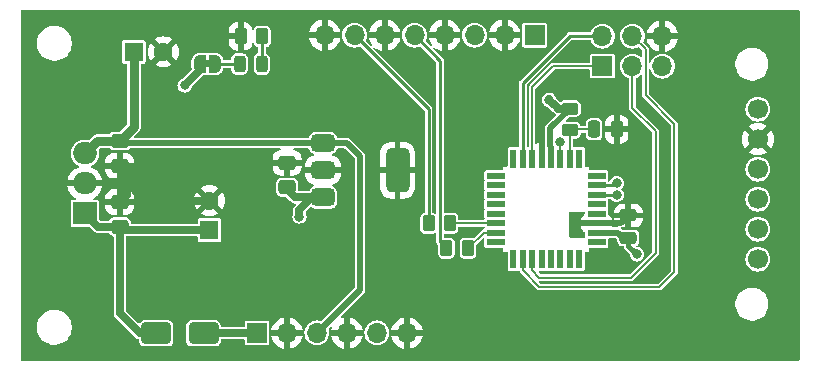
<source format=gbr>
%TF.GenerationSoftware,KiCad,Pcbnew,8.0.1*%
%TF.CreationDate,2024-04-26T19:33:56+02:00*%
%TF.ProjectId,lps-1,6c70732d-312e-46b6-9963-61645f706362,1.01*%
%TF.SameCoordinates,Original*%
%TF.FileFunction,Copper,L1,Top*%
%TF.FilePolarity,Positive*%
%FSLAX46Y46*%
G04 Gerber Fmt 4.6, Leading zero omitted, Abs format (unit mm)*
G04 Created by KiCad (PCBNEW 8.0.1) date 2024-04-26 19:33:56*
%MOMM*%
%LPD*%
G01*
G04 APERTURE LIST*
G04 Aperture macros list*
%AMRoundRect*
0 Rectangle with rounded corners*
0 $1 Rounding radius*
0 $2 $3 $4 $5 $6 $7 $8 $9 X,Y pos of 4 corners*
0 Add a 4 corners polygon primitive as box body*
4,1,4,$2,$3,$4,$5,$6,$7,$8,$9,$2,$3,0*
0 Add four circle primitives for the rounded corners*
1,1,$1+$1,$2,$3*
1,1,$1+$1,$4,$5*
1,1,$1+$1,$6,$7*
1,1,$1+$1,$8,$9*
0 Add four rect primitives between the rounded corners*
20,1,$1+$1,$2,$3,$4,$5,0*
20,1,$1+$1,$4,$5,$6,$7,0*
20,1,$1+$1,$6,$7,$8,$9,0*
20,1,$1+$1,$8,$9,$2,$3,0*%
%AMFreePoly0*
4,1,19,0.500000,-0.750000,0.000000,-0.750000,0.000000,-0.744911,-0.071157,-0.744911,-0.207708,-0.704816,-0.327430,-0.627875,-0.420627,-0.520320,-0.479746,-0.390866,-0.500000,-0.250000,-0.500000,0.250000,-0.479746,0.390866,-0.420627,0.520320,-0.327430,0.627875,-0.207708,0.704816,-0.071157,0.744911,0.000000,0.744911,0.000000,0.750000,0.500000,0.750000,0.500000,-0.750000,0.500000,-0.750000,
$1*%
%AMFreePoly1*
4,1,19,0.000000,0.744911,0.071157,0.744911,0.207708,0.704816,0.327430,0.627875,0.420627,0.520320,0.479746,0.390866,0.500000,0.250000,0.500000,-0.250000,0.479746,-0.390866,0.420627,-0.520320,0.327430,-0.627875,0.207708,-0.704816,0.071157,-0.744911,0.000000,-0.744911,0.000000,-0.750000,-0.500000,-0.750000,-0.500000,0.750000,0.000000,0.750000,0.000000,0.744911,0.000000,0.744911,
$1*%
G04 Aperture macros list end*
%TA.AperFunction,EtchedComponent*%
%ADD10C,0.000000*%
%TD*%
%TA.AperFunction,SMDPad,CuDef*%
%ADD11RoundRect,0.250000X0.475000X-0.337500X0.475000X0.337500X-0.475000X0.337500X-0.475000X-0.337500X0*%
%TD*%
%TA.AperFunction,SMDPad,CuDef*%
%ADD12RoundRect,0.250000X0.450000X-0.262500X0.450000X0.262500X-0.450000X0.262500X-0.450000X-0.262500X0*%
%TD*%
%TA.AperFunction,ComponentPad*%
%ADD13C,1.700000*%
%TD*%
%TA.AperFunction,SMDPad,CuDef*%
%ADD14FreePoly0,180.000000*%
%TD*%
%TA.AperFunction,SMDPad,CuDef*%
%ADD15FreePoly1,180.000000*%
%TD*%
%TA.AperFunction,SMDPad,CuDef*%
%ADD16RoundRect,0.250000X0.262500X0.450000X-0.262500X0.450000X-0.262500X-0.450000X0.262500X-0.450000X0*%
%TD*%
%TA.AperFunction,ComponentPad*%
%ADD17R,2.000000X1.905000*%
%TD*%
%TA.AperFunction,ComponentPad*%
%ADD18O,2.000000X1.905000*%
%TD*%
%TA.AperFunction,SMDPad,CuDef*%
%ADD19RoundRect,0.375000X-0.625000X-0.375000X0.625000X-0.375000X0.625000X0.375000X-0.625000X0.375000X0*%
%TD*%
%TA.AperFunction,SMDPad,CuDef*%
%ADD20RoundRect,0.500000X-0.500000X-1.400000X0.500000X-1.400000X0.500000X1.400000X-0.500000X1.400000X0*%
%TD*%
%TA.AperFunction,ComponentPad*%
%ADD21R,1.700000X1.700000*%
%TD*%
%TA.AperFunction,ComponentPad*%
%ADD22O,1.700000X1.700000*%
%TD*%
%TA.AperFunction,SMDPad,CuDef*%
%ADD23RoundRect,0.250000X-0.250000X-0.475000X0.250000X-0.475000X0.250000X0.475000X-0.250000X0.475000X0*%
%TD*%
%TA.AperFunction,ComponentPad*%
%ADD24R,1.600000X1.600000*%
%TD*%
%TA.AperFunction,ComponentPad*%
%ADD25C,1.600000*%
%TD*%
%TA.AperFunction,SMDPad,CuDef*%
%ADD26RoundRect,0.250000X-0.475000X0.337500X-0.475000X-0.337500X0.475000X-0.337500X0.475000X0.337500X0*%
%TD*%
%TA.AperFunction,SMDPad,CuDef*%
%ADD27RoundRect,0.250000X-1.000000X-0.650000X1.000000X-0.650000X1.000000X0.650000X-1.000000X0.650000X0*%
%TD*%
%TA.AperFunction,SMDPad,CuDef*%
%ADD28RoundRect,0.243750X0.243750X0.456250X-0.243750X0.456250X-0.243750X-0.456250X0.243750X-0.456250X0*%
%TD*%
%TA.AperFunction,SMDPad,CuDef*%
%ADD29R,1.600000X0.550000*%
%TD*%
%TA.AperFunction,SMDPad,CuDef*%
%ADD30R,0.550000X1.600000*%
%TD*%
%TA.AperFunction,SMDPad,CuDef*%
%ADD31RoundRect,0.250000X0.475000X-0.250000X0.475000X0.250000X-0.475000X0.250000X-0.475000X-0.250000X0*%
%TD*%
%TA.AperFunction,ViaPad*%
%ADD32C,0.800000*%
%TD*%
%TA.AperFunction,Conductor*%
%ADD33C,0.635000*%
%TD*%
%TA.AperFunction,Conductor*%
%ADD34C,0.508000*%
%TD*%
%TA.AperFunction,Conductor*%
%ADD35C,0.381000*%
%TD*%
%TA.AperFunction,Conductor*%
%ADD36C,0.152400*%
%TD*%
%TA.AperFunction,Conductor*%
%ADD37C,0.762000*%
%TD*%
%TA.AperFunction,Conductor*%
%ADD38C,0.250000*%
%TD*%
%TA.AperFunction,Conductor*%
%ADD39C,0.254000*%
%TD*%
G04 APERTURE END LIST*
D10*
%TA.AperFunction,EtchedComponent*%
%TO.C,JP1*%
G36*
X79187501Y-60025000D02*
G01*
X78687501Y-60025000D01*
X78687501Y-59425000D01*
X79187501Y-59425000D01*
X79187501Y-60025000D01*
G37*
%TD.AperFunction*%
%TD*%
D11*
%TO.P,C4,1*%
%TO.N,Net-(D1-K)*%
X71500000Y-73500000D03*
%TO.P,C4,2*%
%TO.N,GND*%
X71500000Y-71425000D03*
%TD*%
%TO.P,C7,1*%
%TO.N,+3.3V*%
X85675000Y-70162500D03*
%TO.P,C7,2*%
%TO.N,GND*%
X85675000Y-68087500D03*
%TD*%
D12*
%TO.P,R2,1*%
%TO.N,/~{RESET}*%
X109625000Y-65330000D03*
%TO.P,R2,2*%
%TO.N,+3.3V*%
X109625000Y-63505000D03*
%TD*%
D13*
%TO.P,J4,1,Pin_1*%
%TO.N,+3.3V*%
X125540000Y-63550000D03*
%TO.P,J4,2,Pin_2*%
%TO.N,GND*%
X125540000Y-66090000D03*
%TO.P,J4,3,Pin_3*%
%TO.N,/SCL*%
X125540000Y-68630000D03*
%TO.P,J4,4,Pin_4*%
%TO.N,/SDA*%
X125540000Y-71170000D03*
%TO.P,J4,5,Pin_5*%
%TO.N,unconnected-(J4-Pin_5-Pad5)*%
X125540000Y-73710000D03*
%TO.P,J4,6,Pin_6*%
%TO.N,unconnected-(J4-Pin_6-Pad6)*%
X125540000Y-76250000D03*
%TD*%
D14*
%TO.P,JP1,1,A*%
%TO.N,Net-(D2-A)*%
X79587501Y-59725000D03*
D15*
%TO.P,JP1,2,B*%
%TO.N,+3.3V*%
X78287501Y-59725000D03*
%TD*%
D16*
%TO.P,R4,1*%
%TO.N,Net-(U2-PC1{slash}RxD1-IN1)*%
X100987500Y-75325000D03*
%TO.P,R4,2*%
%TO.N,/DIN*%
X99162500Y-75325000D03*
%TD*%
D17*
%TO.P,U1,1,IN*%
%TO.N,Net-(D1-K)*%
X68550000Y-72379999D03*
D18*
%TO.P,U1,2,GND*%
%TO.N,GND*%
X68550000Y-69839999D03*
%TO.P,U1,3,OUT*%
%TO.N,+5V*%
X68550000Y-67299999D03*
%TD*%
D19*
%TO.P,U3,1,VI*%
%TO.N,+5V*%
X88725000Y-66425000D03*
%TO.P,U3,2,GND*%
%TO.N,GND*%
X88725000Y-68725000D03*
D20*
X95025000Y-68725000D03*
D19*
%TO.P,U3,3,VO*%
%TO.N,+3.3V*%
X88725000Y-71025000D03*
%TD*%
D21*
%TO.P,J5,1,Pin_1*%
%TO.N,/TxD0*%
X112375000Y-59905000D03*
D22*
%TO.P,J5,2,Pin_2*%
%TO.N,/RxD0*%
X112375000Y-57365000D03*
%TO.P,J5,3,Pin_3*%
%TO.N,/MODEM_SLEEP*%
X114915000Y-59905000D03*
%TO.P,J5,4,Pin_4*%
%TO.N,/MODEM_RESET*%
X114915000Y-57365000D03*
%TO.P,J5,5,Pin_5*%
%TO.N,+3.3V*%
X117455000Y-59905000D03*
%TO.P,J5,6,Pin_6*%
%TO.N,GND*%
X117455000Y-57365000D03*
%TD*%
D23*
%TO.P,C2,1*%
%TO.N,/~{RESET}*%
X111675000Y-65255000D03*
%TO.P,C2,2*%
%TO.N,GND*%
X113575000Y-65255000D03*
%TD*%
D24*
%TO.P,C6,1*%
%TO.N,+5V*%
X72700000Y-58700000D03*
D25*
%TO.P,C6,2*%
%TO.N,GND*%
X75200000Y-58700000D03*
%TD*%
D21*
%TO.P,J6,1,Pin_1*%
%TO.N,+3.3V*%
X106630000Y-57290000D03*
D22*
%TO.P,J6,2,Pin_2*%
%TO.N,GND*%
X104090000Y-57290000D03*
%TO.P,J6,3,Pin_3*%
%TO.N,/UPDI*%
X101550000Y-57290000D03*
%TO.P,J6,4,Pin_4*%
%TO.N,GND*%
X99010000Y-57290000D03*
%TO.P,J6,5,Pin_5*%
%TO.N,/DIN*%
X96470000Y-57290000D03*
%TO.P,J6,6,Pin_6*%
%TO.N,GND*%
X93930000Y-57290000D03*
%TO.P,J6,7,Pin_7*%
%TO.N,/DOUT*%
X91390000Y-57290000D03*
%TO.P,J6,8,Pin_8*%
%TO.N,GND*%
X88850000Y-57290000D03*
%TD*%
D16*
%TO.P,R3,1*%
%TO.N,Net-(U2-PC0{slash}TxD1{slash}2-WO{slash}1-IN0)*%
X99475000Y-73225000D03*
%TO.P,R3,2*%
%TO.N,/DOUT*%
X97650000Y-73225000D03*
%TD*%
D26*
%TO.P,C5,1*%
%TO.N,+5V*%
X71500000Y-66262500D03*
%TO.P,C5,2*%
%TO.N,GND*%
X71500000Y-68337500D03*
%TD*%
D27*
%TO.P,D1,1,K*%
%TO.N,Net-(D1-K)*%
X74600000Y-82525000D03*
%TO.P,D1,2,A*%
%TO.N,/12VIN*%
X78600000Y-82525000D03*
%TD*%
D24*
%TO.P,C1,1*%
%TO.N,Net-(D1-K)*%
X79098257Y-73796363D03*
D25*
%TO.P,C1,2*%
%TO.N,GND*%
X79098257Y-71296363D03*
%TD*%
D28*
%TO.P,D2,1,K*%
%TO.N,Net-(D2-K)*%
X83525000Y-59725000D03*
%TO.P,D2,2,A*%
%TO.N,Net-(D2-A)*%
X81650000Y-59725000D03*
%TD*%
D21*
%TO.P,J15,1,Pin_1*%
%TO.N,/12VIN*%
X83125000Y-82500000D03*
D22*
%TO.P,J15,2,Pin_2*%
%TO.N,GND*%
X85665000Y-82500000D03*
%TO.P,J15,3,Pin_3*%
%TO.N,+5V*%
X88205000Y-82500000D03*
%TO.P,J15,4,Pin_4*%
%TO.N,GND*%
X90745000Y-82500000D03*
%TO.P,J15,5,Pin_5*%
%TO.N,+3.3V*%
X93285000Y-82500000D03*
%TO.P,J15,6,Pin_6*%
%TO.N,GND*%
X95825000Y-82500000D03*
%TD*%
D29*
%TO.P,U2,1,PA3/TWI/XDIR0/SCL/0-WO3/1-WO/0-OUT*%
%TO.N,/PA3*%
X103375000Y-69205000D03*
%TO.P,U2,2,PA4/MOSI/0-WO4*%
%TO.N,/MOSI*%
X103375000Y-70005000D03*
%TO.P,U2,3,PA5/MISO/0-WO5*%
%TO.N,/MISO*%
X103375000Y-70805000D03*
%TO.P,U2,4,PA6/SCK*%
%TO.N,/SCK*%
X103375000Y-71605000D03*
%TO.P,U2,5,PA7/CLKOUT/ADC0-OUT/SS*%
%TO.N,/SS*%
X103375000Y-72405000D03*
%TO.P,U2,6,PC0/TxD1/2-WO/1-IN0*%
%TO.N,Net-(U2-PC0{slash}TxD1{slash}2-WO{slash}1-IN0)*%
X103375000Y-73205000D03*
%TO.P,U2,7,PC1/RxD1-IN1*%
%TO.N,Net-(U2-PC1{slash}RxD1-IN1)*%
X103375000Y-74005000D03*
%TO.P,U2,8,PC2/TWI/XCK1/EVOUTC/1-IN2*%
%TO.N,/PC2*%
X103375000Y-74805000D03*
D30*
%TO.P,U2,9,PC3/TWI/XDIR1/1-OUT*%
%TO.N,/PC3*%
X104825000Y-76255000D03*
%TO.P,U2,10,PD0/AIN0/2-IN0*%
%TO.N,/MODEM_RESET*%
X105625000Y-76255000D03*
%TO.P,U2,11,PD1/AIN1/ADC0-P3/2-IN1*%
%TO.N,/MODEM_SLEEP*%
X106425000Y-76255000D03*
%TO.P,U2,12,PD2/AIN2/ADC0-P0/EVOUTD/2-IN2*%
%TO.N,/PD2*%
X107225000Y-76255000D03*
%TO.P,U2,13,PD3/AIN3/ADC0-N0/2-OUT*%
%TO.N,/PD3*%
X108025000Y-76255000D03*
%TO.P,U2,14,PD4/AIN4/ADC0-P1*%
%TO.N,/PD4*%
X108825000Y-76255000D03*
%TO.P,U2,15,PD5/AIN5/ADC0-N1*%
%TO.N,/PD5*%
X109625000Y-76255000D03*
%TO.P,U2,16,PD6/AIN6/ADC0-P2*%
%TO.N,/PD6*%
X110425000Y-76255000D03*
D29*
%TO.P,U2,17,PD7/VREFA/AIN7/ACD0-N2*%
%TO.N,/PD7*%
X111875000Y-74805000D03*
%TO.P,U2,18,AVDD*%
%TO.N,+3.3V*%
X111875000Y-74005000D03*
%TO.P,U2,19,GND*%
%TO.N,GND*%
X111875000Y-73205000D03*
%TO.P,U2,20,PF0/TOSC1/TxD2/3-IN0*%
%TO.N,/PF0*%
X111875000Y-72405000D03*
%TO.P,U2,21,PF1/TOSC2/RxD2/3-IN1*%
%TO.N,/PF1*%
X111875000Y-71605000D03*
%TO.P,U2,22,PF2/TWI/AIN12/XCK2/VOUTF/2-IN2*%
%TO.N,/SDA*%
X111875000Y-70805000D03*
%TO.P,U2,23,PF3/TWI/AIN13/XDIR2/3-OUT*%
%TO.N,/SCL*%
X111875000Y-70005000D03*
%TO.P,U2,24,PF4*%
%TO.N,/PF4*%
X111875000Y-69205000D03*
D30*
%TO.P,U2,25,PF5*%
%TO.N,/PF5*%
X110425000Y-67755000D03*
%TO.P,U2,26,PF6/~{RESET}*%
%TO.N,/~{RESET}*%
X109625000Y-67755000D03*
%TO.P,U2,27,UPDI*%
%TO.N,/UPDI*%
X108825000Y-67755000D03*
%TO.P,U2,28,VDD*%
%TO.N,+3.3V*%
X108025000Y-67755000D03*
%TO.P,U2,29,GND*%
%TO.N,GND*%
X107225000Y-67755000D03*
%TO.P,U2,30,PA0/EXTCLK/TxD0/0-WO0/0-IND0*%
%TO.N,/TxD0*%
X106425000Y-67755000D03*
%TO.P,U2,31,PA1/RxD0/0-WO1/0-IN1*%
%TO.N,/RxD0*%
X105625000Y-67755000D03*
%TO.P,U2,32,PA2/TWI/XCK0/SDA/0-WO/EVOUTA/0-IN2*%
%TO.N,/PA2*%
X104825000Y-67755000D03*
%TD*%
D31*
%TO.P,C3,1*%
%TO.N,+3.3V*%
X114575000Y-74455000D03*
%TO.P,C3,2*%
%TO.N,GND*%
X114575000Y-72555000D03*
%TD*%
D16*
%TO.P,R1,1*%
%TO.N,Net-(D2-K)*%
X83565972Y-57396336D03*
%TO.P,R1,2*%
%TO.N,GND*%
X81740972Y-57396336D03*
%TD*%
D32*
%TO.N,+3.3V*%
X107875000Y-62750000D03*
X115300000Y-75850000D03*
X77000000Y-61550000D03*
X86725000Y-72650000D03*
%TO.N,GND*%
X117730000Y-65610000D03*
X117090000Y-77200000D03*
X117740000Y-72980000D03*
X117680000Y-69820000D03*
%TO.N,/SCL*%
X113575000Y-69824997D03*
%TO.N,/SDA*%
X113575000Y-70825000D03*
%TO.N,/UPDI*%
X108794474Y-66357072D03*
%TD*%
D33*
%TO.N,+3.3V*%
X108637000Y-63505000D02*
X108502000Y-63370000D01*
D34*
X107940474Y-66710811D02*
X108025000Y-66795337D01*
D33*
X86375000Y-71025000D02*
X88725000Y-71025000D01*
D34*
X109625000Y-63505000D02*
X107940474Y-65189526D01*
D33*
X107875000Y-62743000D02*
X107867000Y-62735000D01*
D35*
X114575000Y-74455000D02*
X114575000Y-75125000D01*
D33*
X78287501Y-60262499D02*
X77000000Y-61550000D01*
D35*
X114545000Y-74455000D02*
X114575000Y-74455000D01*
D33*
X88725000Y-71025000D02*
X87750000Y-71025000D01*
X108502000Y-63370000D02*
X107882000Y-62750000D01*
D34*
X107940474Y-65189526D02*
X107940474Y-66710811D01*
D33*
X85675000Y-70162500D02*
X85675000Y-70325000D01*
X86725000Y-72050000D02*
X86725000Y-72650000D01*
D34*
X111875000Y-74005000D02*
X113675000Y-74005000D01*
X108025000Y-66795337D02*
X108025000Y-67755000D01*
D33*
X107882000Y-62750000D02*
X107875000Y-62750000D01*
D34*
X113675000Y-74005000D02*
X114125000Y-74455000D01*
D33*
X107875000Y-62750000D02*
X107875000Y-62743000D01*
X109625000Y-63505000D02*
X108637000Y-63505000D01*
D35*
X114575000Y-75125000D02*
X115300000Y-75850000D01*
D33*
X78287501Y-59725000D02*
X78287501Y-60262499D01*
X87750000Y-71025000D02*
X86725000Y-72050000D01*
X85675000Y-70325000D02*
X86375000Y-71025000D01*
%TO.N,GND*%
X79098257Y-71296363D02*
X75058863Y-71296363D01*
D34*
X107225000Y-67755000D02*
X107225000Y-65464080D01*
D33*
X72100000Y-68337500D02*
X72100000Y-70825000D01*
D34*
X113925000Y-73205000D02*
X114575000Y-72555000D01*
D33*
X72100000Y-70825000D02*
X71500000Y-71425000D01*
D34*
X107225000Y-65464080D02*
X107101200Y-65340280D01*
X111875000Y-73205000D02*
X113925000Y-73205000D01*
D33*
X75058863Y-71296363D02*
X72100000Y-68337500D01*
D36*
%TO.N,/~{RESET}*%
X111675000Y-65255000D02*
X109700000Y-65255000D01*
X109625000Y-65330000D02*
X109625000Y-67755000D01*
X109700000Y-65255000D02*
X109625000Y-65330000D01*
D37*
%TO.N,+5V*%
X72700000Y-58700000D02*
X72700000Y-65062500D01*
D34*
X71662500Y-66425000D02*
X71500000Y-66262500D01*
X91860000Y-67560000D02*
X91860000Y-78845000D01*
X88725000Y-66425000D02*
X71662500Y-66425000D01*
X91860000Y-78845000D02*
X88205000Y-82500000D01*
X90725000Y-66425000D02*
X91860000Y-67560000D01*
D37*
X72700000Y-65062500D02*
X71500000Y-66262500D01*
X69587500Y-66262500D02*
X71500000Y-66262500D01*
X68550000Y-67300000D02*
X69587500Y-66262500D01*
D34*
X88725000Y-66425000D02*
X90725000Y-66425000D01*
D33*
%TO.N,Net-(D1-K)*%
X69670001Y-73500000D02*
X68550000Y-72379999D01*
X71500000Y-73500000D02*
X69670001Y-73500000D01*
X71500000Y-73500000D02*
X71525000Y-73500000D01*
X73200000Y-82525000D02*
X71500000Y-80825000D01*
X71821363Y-73796363D02*
X79098257Y-73796363D01*
X71500000Y-80825000D02*
X71500000Y-73500000D01*
X71525000Y-73500000D02*
X71821363Y-73796363D01*
X74600000Y-82525000D02*
X73200000Y-82525000D01*
%TO.N,/12VIN*%
X78625000Y-82500000D02*
X78600000Y-82525000D01*
X83125000Y-82500000D02*
X78625000Y-82500000D01*
D38*
%TO.N,/SCL*%
X113394997Y-70005000D02*
X113575000Y-69824997D01*
X111875000Y-70005000D02*
X113394997Y-70005000D01*
%TO.N,/SDA*%
X113575000Y-70825000D02*
X111895000Y-70825000D01*
X111895000Y-70825000D02*
X111875000Y-70805000D01*
D36*
%TO.N,/TxD0*%
X112375000Y-59905000D02*
X108195000Y-59905000D01*
X108195000Y-59905000D02*
X106425000Y-61675000D01*
X106425000Y-61675000D02*
X106425000Y-67755000D01*
D38*
%TO.N,/RxD0*%
X105625000Y-61335000D02*
X105625000Y-67755000D01*
X109595000Y-57365000D02*
X105625000Y-61335000D01*
X112375000Y-57365000D02*
X109595000Y-57365000D01*
D36*
%TO.N,/MODEM_SLEEP*%
X116875000Y-75725000D02*
X114775000Y-77825000D01*
X107042600Y-77825000D02*
X106425000Y-77207400D01*
X114915000Y-63465000D02*
X116875000Y-65425000D01*
X116875000Y-65425000D02*
X116875000Y-75725000D01*
X114775000Y-77825000D02*
X107042600Y-77825000D01*
X106425000Y-77207400D02*
X106425000Y-76255000D01*
X114915000Y-59905000D02*
X114915000Y-63465000D01*
%TO.N,/MODEM_RESET*%
X117175000Y-78625000D02*
X107042600Y-78625000D01*
X118475000Y-64825000D02*
X118475000Y-77325000D01*
X107042600Y-78625000D02*
X105625000Y-77207400D01*
X105625000Y-77207400D02*
X105625000Y-76255000D01*
X118475000Y-77325000D02*
X117175000Y-78625000D01*
X114915000Y-57365000D02*
X116041200Y-58491200D01*
X116041200Y-58491200D02*
X116041200Y-62391200D01*
X116041200Y-62391200D02*
X118475000Y-64825000D01*
%TO.N,/UPDI*%
X108794474Y-66357072D02*
X108794474Y-67724474D01*
X108794474Y-67724474D02*
X108825000Y-67755000D01*
D38*
%TO.N,/DIN*%
X98637500Y-59457500D02*
X96470000Y-57290000D01*
X98637500Y-74800000D02*
X98637500Y-59457500D01*
X99162500Y-75325000D02*
X98637500Y-74800000D01*
%TO.N,/DOUT*%
X97650000Y-73225000D02*
X97650000Y-63550000D01*
X97650000Y-63550000D02*
X91390000Y-57290000D01*
D36*
%TO.N,Net-(U2-PC1{slash}RxD1-IN1)*%
X102307500Y-74005000D02*
X103375000Y-74005000D01*
X100987500Y-75325000D02*
X102307500Y-74005000D01*
%TO.N,Net-(U2-PC0{slash}TxD1{slash}2-WO{slash}1-IN0)*%
X99475000Y-73225000D02*
X103355000Y-73225000D01*
X103355000Y-73225000D02*
X103375000Y-73205000D01*
D39*
%TO.N,Net-(D2-A)*%
X79587501Y-59725000D02*
X81650000Y-59725000D01*
%TO.N,Net-(D2-K)*%
X83565972Y-57396336D02*
X83565972Y-59684028D01*
X83565972Y-59684028D02*
X83525000Y-59725000D01*
%TD*%
%TA.AperFunction,Conductor*%
%TO.N,GND*%
G36*
X115750313Y-60659302D02*
G01*
X115764500Y-60698951D01*
X115764500Y-62427626D01*
X115764501Y-62427634D01*
X115783355Y-62498002D01*
X115783356Y-62498004D01*
X115819784Y-62561097D01*
X115819789Y-62561103D01*
X118179994Y-64921307D01*
X118198300Y-64965501D01*
X118198300Y-77184499D01*
X118179994Y-77228693D01*
X117078693Y-78329994D01*
X117034499Y-78348300D01*
X107183101Y-78348300D01*
X107138907Y-78329994D01*
X107017307Y-78208394D01*
X106999001Y-78164200D01*
X107017307Y-78120006D01*
X107061501Y-78101700D01*
X114811427Y-78101700D01*
X114811428Y-78101700D01*
X114881803Y-78082844D01*
X114944898Y-78046415D01*
X117096415Y-75894898D01*
X117132843Y-75831803D01*
X117132844Y-75831802D01*
X117151700Y-75761428D01*
X117151700Y-65388572D01*
X117132844Y-65318198D01*
X117132844Y-65318197D01*
X117096415Y-65255102D01*
X117096410Y-65255096D01*
X115210006Y-63368692D01*
X115191700Y-63324498D01*
X115191700Y-60965186D01*
X115210006Y-60920992D01*
X115236056Y-60905378D01*
X115318954Y-60880232D01*
X115501450Y-60782685D01*
X115636108Y-60672175D01*
X115662351Y-60650638D01*
X115708126Y-60636752D01*
X115750313Y-60659302D01*
G37*
%TD.AperFunction*%
%TA.AperFunction,Conductor*%
G36*
X129053794Y-55171206D02*
G01*
X129072100Y-55215400D01*
X129072100Y-84784600D01*
X129053794Y-84828794D01*
X129009600Y-84847100D01*
X63214400Y-84847100D01*
X63170206Y-84828794D01*
X63151900Y-84784600D01*
X63151900Y-82141279D01*
X64497500Y-82141279D01*
X64497501Y-82141295D01*
X64533880Y-82370979D01*
X64533880Y-82370980D01*
X64605746Y-82592161D01*
X64605750Y-82592169D01*
X64711329Y-82799381D01*
X64848025Y-82987526D01*
X64848032Y-82987534D01*
X65012465Y-83151967D01*
X65012473Y-83151974D01*
X65142452Y-83246410D01*
X65200621Y-83288672D01*
X65407837Y-83394253D01*
X65629018Y-83466119D01*
X65725829Y-83481452D01*
X65858704Y-83502498D01*
X65858710Y-83502498D01*
X65858718Y-83502500D01*
X65858720Y-83502500D01*
X66091280Y-83502500D01*
X66091282Y-83502500D01*
X66320982Y-83466119D01*
X66542163Y-83394253D01*
X66749379Y-83288672D01*
X66937527Y-83151974D01*
X67101974Y-82987527D01*
X67238672Y-82799379D01*
X67344253Y-82592163D01*
X67416119Y-82370982D01*
X67452500Y-82141282D01*
X67452500Y-81908718D01*
X67416119Y-81679018D01*
X67344253Y-81457837D01*
X67238672Y-81250621D01*
X67221196Y-81226568D01*
X67101974Y-81062473D01*
X67101967Y-81062465D01*
X66937534Y-80898032D01*
X66937526Y-80898025D01*
X66749381Y-80761329D01*
X66542169Y-80655750D01*
X66542161Y-80655746D01*
X66320980Y-80583880D01*
X66091295Y-80547501D01*
X66091283Y-80547500D01*
X66091282Y-80547500D01*
X65858718Y-80547500D01*
X65858716Y-80547500D01*
X65858704Y-80547501D01*
X65629020Y-80583880D01*
X65629019Y-80583880D01*
X65407838Y-80655746D01*
X65407830Y-80655750D01*
X65200618Y-80761329D01*
X65012473Y-80898025D01*
X65012465Y-80898032D01*
X64848032Y-81062465D01*
X64848025Y-81062473D01*
X64711329Y-81250618D01*
X64605750Y-81457830D01*
X64605746Y-81457838D01*
X64533880Y-81679019D01*
X64533880Y-81679020D01*
X64497501Y-81908704D01*
X64497500Y-81908720D01*
X64497500Y-82141279D01*
X63151900Y-82141279D01*
X63151900Y-70089999D01*
X67071490Y-70089999D01*
X67085765Y-70180124D01*
X67085765Y-70180125D01*
X67156415Y-70397563D01*
X67156419Y-70397571D01*
X67260210Y-70601272D01*
X67394601Y-70786246D01*
X67556252Y-70947897D01*
X67741226Y-71082288D01*
X67793279Y-71108811D01*
X67824346Y-71145185D01*
X67820593Y-71192873D01*
X67784219Y-71223940D01*
X67764905Y-71226999D01*
X67530252Y-71226999D01*
X67471769Y-71238631D01*
X67471767Y-71238632D01*
X67405447Y-71282946D01*
X67361133Y-71349266D01*
X67361132Y-71349268D01*
X67349500Y-71407750D01*
X67349500Y-73352247D01*
X67361132Y-73410729D01*
X67361133Y-73410731D01*
X67405447Y-73477051D01*
X67471767Y-73521365D01*
X67471769Y-73521366D01*
X67530252Y-73532999D01*
X68944550Y-73532999D01*
X68988744Y-73551305D01*
X69253310Y-73815871D01*
X69253315Y-73815877D01*
X69255498Y-73818060D01*
X69351941Y-73914503D01*
X69420138Y-73953876D01*
X69470061Y-73982700D01*
X69601806Y-74018001D01*
X69601807Y-74018001D01*
X69742022Y-74018001D01*
X69742038Y-74018000D01*
X70567433Y-74018000D01*
X70611627Y-74036306D01*
X70619300Y-74046704D01*
X70619425Y-74046613D01*
X70622207Y-74050382D01*
X70702850Y-74159650D01*
X70776875Y-74214283D01*
X70812116Y-74240292D01*
X70812117Y-74240292D01*
X70812118Y-74240293D01*
X70940142Y-74285090D01*
X70975810Y-74316965D01*
X70982000Y-74344083D01*
X70982000Y-80893194D01*
X70982001Y-80893202D01*
X71017299Y-81024937D01*
X71017300Y-81024940D01*
X71017301Y-81024941D01*
X71079838Y-81133259D01*
X71085498Y-81143061D01*
X71085501Y-81143065D01*
X71185495Y-81243059D01*
X71185509Y-81243071D01*
X72783309Y-82840871D01*
X72783314Y-82840877D01*
X72881934Y-82939498D01*
X72881938Y-82939501D01*
X72881940Y-82939503D01*
X72986724Y-83000000D01*
X73000059Y-83007699D01*
X73000062Y-83007700D01*
X73038503Y-83018000D01*
X73103176Y-83035329D01*
X73141126Y-83064449D01*
X73149500Y-83095699D01*
X73149500Y-83229262D01*
X73152353Y-83259696D01*
X73152354Y-83259701D01*
X73197207Y-83387882D01*
X73197207Y-83387883D01*
X73226985Y-83428230D01*
X73277850Y-83497150D01*
X73387118Y-83577793D01*
X73515301Y-83622646D01*
X73545734Y-83625500D01*
X73545738Y-83625500D01*
X75654262Y-83625500D01*
X75654266Y-83625500D01*
X75684699Y-83622646D01*
X75812882Y-83577793D01*
X75922150Y-83497150D01*
X76002793Y-83387882D01*
X76047646Y-83259699D01*
X76050500Y-83229266D01*
X76050500Y-83229262D01*
X77149500Y-83229262D01*
X77152353Y-83259696D01*
X77152354Y-83259701D01*
X77197207Y-83387882D01*
X77197207Y-83387883D01*
X77226985Y-83428230D01*
X77277850Y-83497150D01*
X77387118Y-83577793D01*
X77515301Y-83622646D01*
X77545734Y-83625500D01*
X77545738Y-83625500D01*
X79654262Y-83625500D01*
X79654266Y-83625500D01*
X79684699Y-83622646D01*
X79812882Y-83577793D01*
X79922150Y-83497150D01*
X80002793Y-83387882D01*
X80047646Y-83259699D01*
X80050500Y-83229266D01*
X80050500Y-83080500D01*
X80068806Y-83036306D01*
X80113000Y-83018000D01*
X82012000Y-83018000D01*
X82056194Y-83036306D01*
X82074500Y-83080500D01*
X82074500Y-83369748D01*
X82086132Y-83428230D01*
X82086133Y-83428232D01*
X82130447Y-83494552D01*
X82196767Y-83538866D01*
X82196769Y-83538867D01*
X82255252Y-83550500D01*
X83994748Y-83550500D01*
X84053231Y-83538867D01*
X84119552Y-83494552D01*
X84163867Y-83428231D01*
X84175500Y-83369748D01*
X84175500Y-82750001D01*
X84334363Y-82750001D01*
X84391567Y-82963487D01*
X84391568Y-82963489D01*
X84491398Y-83177575D01*
X84626892Y-83371081D01*
X84793918Y-83538107D01*
X84987426Y-83673603D01*
X85201503Y-83773428D01*
X85201519Y-83773434D01*
X85414998Y-83830635D01*
X85415000Y-83830634D01*
X85415000Y-82933012D01*
X85472007Y-82965925D01*
X85599174Y-83000000D01*
X85730826Y-83000000D01*
X85857993Y-82965925D01*
X85915000Y-82933012D01*
X85915000Y-83830634D01*
X85915001Y-83830635D01*
X86128480Y-83773434D01*
X86128496Y-83773428D01*
X86342573Y-83673603D01*
X86536081Y-83538107D01*
X86703107Y-83371081D01*
X86838601Y-83177575D01*
X86938431Y-82963489D01*
X86938432Y-82963487D01*
X86995636Y-82750001D01*
X86995636Y-82750000D01*
X86098012Y-82750000D01*
X86130925Y-82692993D01*
X86165000Y-82565826D01*
X86165000Y-82434174D01*
X86130925Y-82307007D01*
X86098012Y-82250000D01*
X86995636Y-82250000D01*
X86995636Y-82249998D01*
X86938432Y-82036512D01*
X86938431Y-82036510D01*
X86838600Y-81822422D01*
X86703109Y-81628920D01*
X86536081Y-81461892D01*
X86342575Y-81326398D01*
X86128489Y-81226568D01*
X86128487Y-81226567D01*
X85915001Y-81169363D01*
X85915000Y-81169364D01*
X85915000Y-82066988D01*
X85857993Y-82034075D01*
X85730826Y-82000000D01*
X85599174Y-82000000D01*
X85472007Y-82034075D01*
X85415000Y-82066988D01*
X85415000Y-81169364D01*
X85414998Y-81169363D01*
X85201512Y-81226567D01*
X85201510Y-81226568D01*
X84987422Y-81326399D01*
X84793920Y-81461890D01*
X84626890Y-81628920D01*
X84491399Y-81822422D01*
X84391568Y-82036510D01*
X84391567Y-82036512D01*
X84334363Y-82249998D01*
X84334364Y-82250000D01*
X85231988Y-82250000D01*
X85199075Y-82307007D01*
X85165000Y-82434174D01*
X85165000Y-82565826D01*
X85199075Y-82692993D01*
X85231988Y-82750000D01*
X84334364Y-82750000D01*
X84334363Y-82750001D01*
X84175500Y-82750001D01*
X84175500Y-81630252D01*
X84163867Y-81571769D01*
X84151226Y-81552850D01*
X84119552Y-81505447D01*
X84053232Y-81461133D01*
X84053230Y-81461132D01*
X83994748Y-81449500D01*
X82255252Y-81449500D01*
X82196769Y-81461132D01*
X82196767Y-81461133D01*
X82130447Y-81505447D01*
X82086133Y-81571767D01*
X82086132Y-81571769D01*
X82074500Y-81630251D01*
X82074500Y-81919500D01*
X82056194Y-81963694D01*
X82012000Y-81982000D01*
X80113000Y-81982000D01*
X80068806Y-81963694D01*
X80050500Y-81919500D01*
X80050500Y-81820737D01*
X80047646Y-81790303D01*
X80047645Y-81790298D01*
X80034800Y-81753590D01*
X80002793Y-81662118D01*
X79922150Y-81552850D01*
X79812882Y-81472207D01*
X79791428Y-81464700D01*
X79684701Y-81427354D01*
X79684696Y-81427353D01*
X79664699Y-81425478D01*
X79654266Y-81424500D01*
X77545734Y-81424500D01*
X77536124Y-81425401D01*
X77515303Y-81427353D01*
X77515298Y-81427354D01*
X77387117Y-81472207D01*
X77387116Y-81472207D01*
X77277850Y-81552850D01*
X77197207Y-81662116D01*
X77197207Y-81662117D01*
X77152354Y-81790298D01*
X77152353Y-81790303D01*
X77149500Y-81820737D01*
X77149500Y-83229262D01*
X76050500Y-83229262D01*
X76050500Y-81820734D01*
X76047646Y-81790301D01*
X76002793Y-81662118D01*
X75922150Y-81552850D01*
X75812882Y-81472207D01*
X75791428Y-81464700D01*
X75684701Y-81427354D01*
X75684696Y-81427353D01*
X75664699Y-81425478D01*
X75654266Y-81424500D01*
X73545734Y-81424500D01*
X73536124Y-81425401D01*
X73515303Y-81427353D01*
X73515298Y-81427354D01*
X73387117Y-81472207D01*
X73387116Y-81472207D01*
X73277850Y-81552850D01*
X73197205Y-81662119D01*
X73197205Y-81662120D01*
X73196999Y-81662709D01*
X73196741Y-81662996D01*
X73195017Y-81666260D01*
X73194207Y-81665832D01*
X73165120Y-81698373D01*
X73117359Y-81701049D01*
X73093815Y-81686253D01*
X72036306Y-80628744D01*
X72018000Y-80584550D01*
X72018000Y-74376863D01*
X72036306Y-74332669D01*
X72080500Y-74314363D01*
X78035257Y-74314363D01*
X78079451Y-74332669D01*
X78097757Y-74376863D01*
X78097757Y-74616111D01*
X78109389Y-74674593D01*
X78109390Y-74674595D01*
X78153704Y-74740915D01*
X78220024Y-74785229D01*
X78220026Y-74785230D01*
X78278509Y-74796863D01*
X79918005Y-74796863D01*
X79976488Y-74785230D01*
X80042809Y-74740915D01*
X80087124Y-74674594D01*
X80098757Y-74616111D01*
X80098757Y-72976615D01*
X80087124Y-72918132D01*
X80073668Y-72897994D01*
X80042809Y-72851810D01*
X79976489Y-72807496D01*
X79976487Y-72807495D01*
X79918005Y-72795863D01*
X78278509Y-72795863D01*
X78220026Y-72807495D01*
X78220024Y-72807496D01*
X78153704Y-72851810D01*
X78109390Y-72918130D01*
X78109389Y-72918132D01*
X78097757Y-72976614D01*
X78097757Y-73215863D01*
X78079451Y-73260057D01*
X78035257Y-73278363D01*
X72488000Y-73278363D01*
X72443806Y-73260057D01*
X72425500Y-73215863D01*
X72425500Y-73108237D01*
X72422646Y-73077803D01*
X72422645Y-73077798D01*
X72419457Y-73068687D01*
X72377793Y-72949618D01*
X72376820Y-72948300D01*
X72330693Y-72885800D01*
X72297150Y-72840350D01*
X72187882Y-72759707D01*
X72183661Y-72758230D01*
X72059701Y-72714854D01*
X72059696Y-72714853D01*
X72039699Y-72712978D01*
X72029266Y-72712000D01*
X70970734Y-72712000D01*
X70961124Y-72712901D01*
X70940303Y-72714853D01*
X70940298Y-72714854D01*
X70812117Y-72759707D01*
X70812116Y-72759707D01*
X70702850Y-72840350D01*
X70619425Y-72953387D01*
X70618160Y-72952453D01*
X70585863Y-72979221D01*
X70567433Y-72982000D01*
X69910451Y-72982000D01*
X69866257Y-72963694D01*
X69768806Y-72866243D01*
X69750500Y-72822049D01*
X69750500Y-71675000D01*
X70275001Y-71675000D01*
X70275001Y-71812487D01*
X70285492Y-71915187D01*
X70285493Y-71915194D01*
X70340641Y-72081621D01*
X70432682Y-72230843D01*
X70556656Y-72354817D01*
X70705878Y-72446858D01*
X70872308Y-72502007D01*
X70975018Y-72512499D01*
X71249999Y-72512499D01*
X71250000Y-72512498D01*
X71250000Y-71675000D01*
X71750000Y-71675000D01*
X71750000Y-72512499D01*
X72024976Y-72512499D01*
X72024987Y-72512498D01*
X72127687Y-72502007D01*
X72127694Y-72502006D01*
X72294121Y-72446858D01*
X72443343Y-72354817D01*
X72567317Y-72230843D01*
X72659358Y-72081621D01*
X72714507Y-71915191D01*
X72724999Y-71812486D01*
X72725000Y-71812477D01*
X72725000Y-71675000D01*
X71750000Y-71675000D01*
X71250000Y-71675000D01*
X70275001Y-71675000D01*
X69750500Y-71675000D01*
X69750500Y-71407751D01*
X69738867Y-71349268D01*
X69734719Y-71343060D01*
X69703518Y-71296365D01*
X77793291Y-71296365D01*
X77813115Y-71522964D01*
X77813118Y-71522980D01*
X77871988Y-71742684D01*
X77871989Y-71742686D01*
X77968121Y-71948842D01*
X78019231Y-72021834D01*
X78698257Y-71342808D01*
X78698257Y-71349024D01*
X78725516Y-71450757D01*
X78778177Y-71541969D01*
X78852651Y-71616443D01*
X78943863Y-71669104D01*
X79045596Y-71696363D01*
X79051810Y-71696363D01*
X78372784Y-72375387D01*
X78445774Y-72426497D01*
X78651933Y-72522630D01*
X78651935Y-72522631D01*
X78871639Y-72581501D01*
X78871655Y-72581504D01*
X79098255Y-72601329D01*
X79098259Y-72601329D01*
X79324858Y-72581504D01*
X79324874Y-72581501D01*
X79544578Y-72522631D01*
X79544580Y-72522630D01*
X79750741Y-72426496D01*
X79750744Y-72426494D01*
X79823728Y-72375388D01*
X79823729Y-72375388D01*
X79144704Y-71696363D01*
X79150918Y-71696363D01*
X79252651Y-71669104D01*
X79343863Y-71616443D01*
X79418337Y-71541969D01*
X79470998Y-71450757D01*
X79498257Y-71349024D01*
X79498257Y-71342810D01*
X80177282Y-72021835D01*
X80177282Y-72021834D01*
X80228388Y-71948850D01*
X80228390Y-71948847D01*
X80324524Y-71742686D01*
X80324525Y-71742684D01*
X80383395Y-71522980D01*
X80383398Y-71522964D01*
X80403223Y-71296365D01*
X80403223Y-71296360D01*
X80383398Y-71069761D01*
X80383395Y-71069745D01*
X80324525Y-70850041D01*
X80324524Y-70850039D01*
X80228391Y-70643880D01*
X80177281Y-70570890D01*
X79498257Y-71249914D01*
X79498257Y-71243702D01*
X79470998Y-71141969D01*
X79418337Y-71050757D01*
X79343863Y-70976283D01*
X79252651Y-70923622D01*
X79150918Y-70896363D01*
X79144702Y-70896363D01*
X79486804Y-70554262D01*
X84749500Y-70554262D01*
X84752353Y-70584696D01*
X84752354Y-70584701D01*
X84797207Y-70712882D01*
X84797207Y-70712883D01*
X84836443Y-70766045D01*
X84877850Y-70822150D01*
X84987118Y-70902793D01*
X85115301Y-70947646D01*
X85145734Y-70950500D01*
X85542050Y-70950500D01*
X85586243Y-70968805D01*
X85775667Y-71158230D01*
X85960496Y-71343059D01*
X85960497Y-71343060D01*
X86056934Y-71439498D01*
X86056938Y-71439501D01*
X86056940Y-71439503D01*
X86175059Y-71507699D01*
X86175062Y-71507700D01*
X86232088Y-71522980D01*
X86306804Y-71543000D01*
X86348549Y-71543000D01*
X86392743Y-71561306D01*
X86411049Y-71605500D01*
X86392743Y-71649694D01*
X86310501Y-71731934D01*
X86310498Y-71731938D01*
X86242300Y-71850059D01*
X86242299Y-71850062D01*
X86207001Y-71981797D01*
X86207000Y-71981805D01*
X86207000Y-72319091D01*
X86200653Y-72342804D01*
X86202031Y-72343375D01*
X86139957Y-72493234D01*
X86139954Y-72493244D01*
X86119318Y-72649998D01*
X86119318Y-72650001D01*
X86139954Y-72806755D01*
X86139957Y-72806765D01*
X86200462Y-72952838D01*
X86200464Y-72952841D01*
X86296717Y-73078282D01*
X86392971Y-73152139D01*
X86422159Y-73174536D01*
X86568238Y-73235044D01*
X86568242Y-73235044D01*
X86568244Y-73235045D01*
X86724998Y-73255682D01*
X86725000Y-73255682D01*
X86725002Y-73255682D01*
X86881755Y-73235045D01*
X86881755Y-73235044D01*
X86881762Y-73235044D01*
X87027841Y-73174536D01*
X87153282Y-73078282D01*
X87249536Y-72952841D01*
X87310044Y-72806762D01*
X87319522Y-72734768D01*
X87330682Y-72650001D01*
X87330682Y-72649998D01*
X87310045Y-72493244D01*
X87310044Y-72493242D01*
X87310044Y-72493238D01*
X87261229Y-72375388D01*
X87247969Y-72343375D01*
X87249346Y-72342804D01*
X87243000Y-72319091D01*
X87243000Y-72290449D01*
X87261305Y-72246256D01*
X87655070Y-71852490D01*
X87699263Y-71834185D01*
X87737310Y-71847100D01*
X87744336Y-71852491D01*
X87805922Y-71899748D01*
X87809766Y-71902697D01*
X87809769Y-71902699D01*
X87842873Y-71916411D01*
X87949764Y-71960687D01*
X87949770Y-71960687D01*
X87949771Y-71960688D01*
X88006022Y-71968093D01*
X88062280Y-71975500D01*
X88062286Y-71975500D01*
X89387714Y-71975500D01*
X89387720Y-71975500D01*
X89500236Y-71960687D01*
X89640233Y-71902698D01*
X89760451Y-71810451D01*
X89852698Y-71690233D01*
X89910687Y-71550236D01*
X89925500Y-71437720D01*
X89925500Y-70612280D01*
X89910687Y-70499764D01*
X89852698Y-70359767D01*
X89760451Y-70239549D01*
X89640233Y-70147302D01*
X89640229Y-70147300D01*
X89500239Y-70089314D01*
X89500230Y-70089311D01*
X89498440Y-70089076D01*
X89497651Y-70088620D01*
X89496276Y-70088252D01*
X89496374Y-70087883D01*
X89457014Y-70065156D01*
X89444636Y-70018950D01*
X89468556Y-69977524D01*
X89491517Y-69966458D01*
X89653522Y-69926169D01*
X89824028Y-69841604D01*
X89824029Y-69841604D01*
X89972366Y-69722366D01*
X90091604Y-69574029D01*
X90091604Y-69574028D01*
X90176169Y-69403522D01*
X90222102Y-69218821D01*
X90222103Y-69218816D01*
X90224999Y-69176095D01*
X90225000Y-69176087D01*
X90225000Y-68975000D01*
X87225000Y-68975000D01*
X87225000Y-69176095D01*
X87227896Y-69218816D01*
X87227897Y-69218821D01*
X87273830Y-69403522D01*
X87358395Y-69574028D01*
X87358395Y-69574029D01*
X87477633Y-69722366D01*
X87625971Y-69841604D01*
X87796477Y-69926169D01*
X87958482Y-69966458D01*
X87996952Y-69994889D01*
X88004051Y-70042195D01*
X87975620Y-70080665D01*
X87951560Y-70089076D01*
X87949769Y-70089311D01*
X87949760Y-70089314D01*
X87809770Y-70147300D01*
X87809767Y-70147301D01*
X87809767Y-70147302D01*
X87689549Y-70239549D01*
X87598482Y-70358230D01*
X87597300Y-70359770D01*
X87552296Y-70468418D01*
X87518471Y-70502243D01*
X87494554Y-70507000D01*
X86663000Y-70507000D01*
X86618806Y-70488694D01*
X86600500Y-70444500D01*
X86600500Y-69770737D01*
X86597646Y-69740303D01*
X86597645Y-69740298D01*
X86572429Y-69668235D01*
X86552793Y-69612118D01*
X86547710Y-69605231D01*
X86513021Y-69558229D01*
X86472150Y-69502850D01*
X86362882Y-69422207D01*
X86340874Y-69414506D01*
X86234701Y-69377354D01*
X86234696Y-69377353D01*
X86214699Y-69375478D01*
X86204266Y-69374500D01*
X85145734Y-69374500D01*
X85136124Y-69375401D01*
X85115303Y-69377353D01*
X85115298Y-69377354D01*
X84987117Y-69422207D01*
X84987116Y-69422207D01*
X84877850Y-69502850D01*
X84797207Y-69612116D01*
X84797207Y-69612117D01*
X84752354Y-69740298D01*
X84752353Y-69740303D01*
X84749500Y-69770737D01*
X84749500Y-70554262D01*
X79486804Y-70554262D01*
X79823729Y-70217337D01*
X79750736Y-70166227D01*
X79544580Y-70070095D01*
X79544578Y-70070094D01*
X79324874Y-70011224D01*
X79324858Y-70011221D01*
X79098259Y-69991397D01*
X79098255Y-69991397D01*
X78871655Y-70011221D01*
X78871639Y-70011224D01*
X78651935Y-70070094D01*
X78651933Y-70070095D01*
X78445774Y-70166228D01*
X78372784Y-70217336D01*
X78372783Y-70217336D01*
X79051810Y-70896363D01*
X79045596Y-70896363D01*
X78943863Y-70923622D01*
X78852651Y-70976283D01*
X78778177Y-71050757D01*
X78725516Y-71141969D01*
X78698257Y-71243702D01*
X78698257Y-71249916D01*
X78019230Y-70570889D01*
X78019230Y-70570890D01*
X77968122Y-70643880D01*
X77871989Y-70850039D01*
X77871988Y-70850041D01*
X77813118Y-71069745D01*
X77813115Y-71069761D01*
X77793291Y-71296360D01*
X77793291Y-71296365D01*
X69703518Y-71296365D01*
X69694552Y-71282946D01*
X69628232Y-71238632D01*
X69628230Y-71238631D01*
X69569748Y-71226999D01*
X69335095Y-71226999D01*
X69290901Y-71208693D01*
X69276945Y-71175000D01*
X70275000Y-71175000D01*
X71250000Y-71175000D01*
X71250000Y-70337500D01*
X71750000Y-70337500D01*
X71750000Y-71175000D01*
X72724999Y-71175000D01*
X72724999Y-71037524D01*
X72724998Y-71037512D01*
X72714507Y-70934812D01*
X72714506Y-70934805D01*
X72659358Y-70768378D01*
X72567317Y-70619156D01*
X72443343Y-70495182D01*
X72294121Y-70403141D01*
X72127691Y-70347992D01*
X72024986Y-70337500D01*
X71750000Y-70337500D01*
X71250000Y-70337500D01*
X70975024Y-70337500D01*
X70975012Y-70337501D01*
X70872312Y-70347992D01*
X70872305Y-70347993D01*
X70705878Y-70403141D01*
X70556656Y-70495182D01*
X70432682Y-70619156D01*
X70340641Y-70768378D01*
X70285492Y-70934808D01*
X70275000Y-71037513D01*
X70275000Y-71175000D01*
X69276945Y-71175000D01*
X69272595Y-71164499D01*
X69290901Y-71120305D01*
X69306721Y-71108811D01*
X69358773Y-71082288D01*
X69543747Y-70947897D01*
X69705398Y-70786246D01*
X69839789Y-70601272D01*
X69943580Y-70397571D01*
X69943584Y-70397563D01*
X70014234Y-70180125D01*
X70014234Y-70180124D01*
X70028509Y-70089999D01*
X69040748Y-70089999D01*
X69062518Y-70052291D01*
X69100000Y-69912408D01*
X69100000Y-69767590D01*
X69062518Y-69627707D01*
X69040748Y-69589999D01*
X70028509Y-69589999D01*
X70028509Y-69589998D01*
X70014234Y-69499873D01*
X70014234Y-69499872D01*
X69943584Y-69282434D01*
X69943580Y-69282426D01*
X69839789Y-69078725D01*
X69705398Y-68893751D01*
X69543747Y-68732100D01*
X69358773Y-68597709D01*
X69338737Y-68587500D01*
X70275001Y-68587500D01*
X70275001Y-68724987D01*
X70285492Y-68827687D01*
X70285493Y-68827694D01*
X70340641Y-68994121D01*
X70432682Y-69143343D01*
X70556656Y-69267317D01*
X70705878Y-69359358D01*
X70872308Y-69414507D01*
X70975018Y-69424999D01*
X71249999Y-69424999D01*
X71250000Y-69424998D01*
X71250000Y-68587500D01*
X71750000Y-68587500D01*
X71750000Y-69424999D01*
X72024976Y-69424999D01*
X72024987Y-69424998D01*
X72127687Y-69414507D01*
X72127694Y-69414506D01*
X72294121Y-69359358D01*
X72443343Y-69267317D01*
X72567317Y-69143343D01*
X72659358Y-68994121D01*
X72714507Y-68827691D01*
X72724999Y-68724986D01*
X72725000Y-68724977D01*
X72725000Y-68587500D01*
X71750000Y-68587500D01*
X71250000Y-68587500D01*
X70275001Y-68587500D01*
X69338737Y-68587500D01*
X69155072Y-68493918D01*
X69155064Y-68493914D01*
X69078101Y-68468907D01*
X69041727Y-68437840D01*
X69037974Y-68390152D01*
X69069039Y-68353779D01*
X69100989Y-68337500D01*
X84450001Y-68337500D01*
X84450001Y-68474987D01*
X84460492Y-68577687D01*
X84460493Y-68577694D01*
X84515641Y-68744121D01*
X84607682Y-68893343D01*
X84731656Y-69017317D01*
X84880878Y-69109358D01*
X85047308Y-69164507D01*
X85150018Y-69174999D01*
X85424999Y-69174999D01*
X85425000Y-69174998D01*
X85425000Y-68337500D01*
X85925000Y-68337500D01*
X85925000Y-69174999D01*
X86199976Y-69174999D01*
X86199987Y-69174998D01*
X86302687Y-69164507D01*
X86302694Y-69164506D01*
X86469121Y-69109358D01*
X86618343Y-69017317D01*
X86742317Y-68893343D01*
X86834358Y-68744121D01*
X86889507Y-68577691D01*
X86899999Y-68474986D01*
X86900000Y-68474977D01*
X86900000Y-68337500D01*
X85925000Y-68337500D01*
X85425000Y-68337500D01*
X84450001Y-68337500D01*
X69100989Y-68337500D01*
X69201804Y-68286133D01*
X69348629Y-68179458D01*
X69440587Y-68087500D01*
X70275000Y-68087500D01*
X71250000Y-68087500D01*
X71250000Y-67250000D01*
X71750000Y-67250000D01*
X71750000Y-68087500D01*
X72724999Y-68087500D01*
X72724999Y-67950024D01*
X72724998Y-67950012D01*
X72714507Y-67847312D01*
X72714506Y-67847305D01*
X72659358Y-67680878D01*
X72567317Y-67531656D01*
X72443343Y-67407682D01*
X72294121Y-67315641D01*
X72127691Y-67260492D01*
X72024986Y-67250000D01*
X71750000Y-67250000D01*
X71250000Y-67250000D01*
X70975024Y-67250000D01*
X70975012Y-67250001D01*
X70872312Y-67260492D01*
X70872305Y-67260493D01*
X70705878Y-67315641D01*
X70556656Y-67407682D01*
X70432682Y-67531656D01*
X70340641Y-67680878D01*
X70285492Y-67847308D01*
X70275000Y-67950013D01*
X70275000Y-68087500D01*
X69440587Y-68087500D01*
X69476959Y-68051128D01*
X69583634Y-67904303D01*
X69666027Y-67742597D01*
X69722109Y-67569994D01*
X69750500Y-67390742D01*
X69750500Y-67209256D01*
X69748449Y-67196309D01*
X69731648Y-67090233D01*
X69722109Y-67030004D01*
X69722107Y-67029999D01*
X69722107Y-67029996D01*
X69714387Y-67006240D01*
X69718138Y-66958552D01*
X69729627Y-66942737D01*
X69810060Y-66862304D01*
X69854253Y-66844000D01*
X70613622Y-66844000D01*
X70657816Y-66862306D01*
X70663905Y-66869381D01*
X70702850Y-66922150D01*
X70812118Y-67002793D01*
X70940301Y-67047646D01*
X70970734Y-67050500D01*
X70970738Y-67050500D01*
X72029262Y-67050500D01*
X72029266Y-67050500D01*
X72059699Y-67047646D01*
X72187882Y-67002793D01*
X72297150Y-66922150D01*
X72309891Y-66904886D01*
X72350862Y-66880198D01*
X72360178Y-66879500D01*
X85102796Y-66879500D01*
X85146990Y-66897806D01*
X85165296Y-66942000D01*
X85146990Y-66986194D01*
X85109147Y-67004176D01*
X85047312Y-67010492D01*
X85047305Y-67010493D01*
X84880878Y-67065641D01*
X84731656Y-67157682D01*
X84607682Y-67281656D01*
X84515641Y-67430878D01*
X84460492Y-67597308D01*
X84450000Y-67700013D01*
X84450000Y-67837500D01*
X86899999Y-67837500D01*
X86899999Y-67700024D01*
X86899998Y-67700012D01*
X86889507Y-67597312D01*
X86889506Y-67597305D01*
X86834358Y-67430878D01*
X86742317Y-67281656D01*
X86618343Y-67157682D01*
X86469121Y-67065641D01*
X86302691Y-67010492D01*
X86240859Y-67004176D01*
X86198754Y-66981474D01*
X86185035Y-66935648D01*
X86207737Y-66893543D01*
X86247211Y-66879500D01*
X87475189Y-66879500D01*
X87519383Y-66897806D01*
X87537154Y-66933842D01*
X87539311Y-66950232D01*
X87539312Y-66950235D01*
X87597300Y-67090229D01*
X87597302Y-67090233D01*
X87689549Y-67210451D01*
X87809767Y-67302698D01*
X87949764Y-67360687D01*
X87951550Y-67360922D01*
X87952336Y-67361376D01*
X87953724Y-67361748D01*
X87953624Y-67362119D01*
X87992979Y-67384836D01*
X88005364Y-67431040D01*
X87981450Y-67472469D01*
X87958482Y-67483540D01*
X87796484Y-67523828D01*
X87796479Y-67523829D01*
X87625971Y-67608395D01*
X87625970Y-67608395D01*
X87477633Y-67727633D01*
X87358395Y-67875970D01*
X87358395Y-67875971D01*
X87273830Y-68046477D01*
X87227897Y-68231178D01*
X87227896Y-68231183D01*
X87225000Y-68273904D01*
X87225000Y-68475000D01*
X90225000Y-68475000D01*
X90225000Y-68273912D01*
X90224999Y-68273904D01*
X90222103Y-68231183D01*
X90222102Y-68231178D01*
X90176169Y-68046477D01*
X90091604Y-67875971D01*
X90091604Y-67875970D01*
X89972366Y-67727633D01*
X89824028Y-67608395D01*
X89653520Y-67523829D01*
X89653516Y-67523828D01*
X89491517Y-67483540D01*
X89453047Y-67455110D01*
X89445949Y-67407804D01*
X89474379Y-67369334D01*
X89498449Y-67360922D01*
X89500236Y-67360687D01*
X89640233Y-67302698D01*
X89760451Y-67210451D01*
X89852698Y-67090233D01*
X89910687Y-66950236D01*
X89910688Y-66950232D01*
X89912846Y-66933842D01*
X89936763Y-66892416D01*
X89974811Y-66879500D01*
X90510852Y-66879500D01*
X90555046Y-66897806D01*
X91387194Y-67729954D01*
X91405500Y-67774148D01*
X91405500Y-78630851D01*
X91387194Y-78675045D01*
X88580597Y-81481641D01*
X88536403Y-81499947D01*
X88518261Y-81497256D01*
X88410935Y-81464700D01*
X88410930Y-81464699D01*
X88205000Y-81444417D01*
X87999069Y-81464699D01*
X87999064Y-81464700D01*
X87801050Y-81524766D01*
X87801045Y-81524768D01*
X87618555Y-81622311D01*
X87618544Y-81622319D01*
X87458591Y-81753588D01*
X87458588Y-81753591D01*
X87327319Y-81913544D01*
X87327311Y-81913555D01*
X87229768Y-82096045D01*
X87229766Y-82096050D01*
X87169700Y-82294064D01*
X87169699Y-82294069D01*
X87149417Y-82499999D01*
X87149417Y-82500000D01*
X87169699Y-82705930D01*
X87169700Y-82705935D01*
X87229766Y-82903949D01*
X87229768Y-82903954D01*
X87327311Y-83086444D01*
X87327313Y-83086448D01*
X87327315Y-83086450D01*
X87458590Y-83246410D01*
X87618550Y-83377685D01*
X87618553Y-83377686D01*
X87618555Y-83377688D01*
X87649546Y-83394253D01*
X87801046Y-83475232D01*
X87999066Y-83535300D01*
X88205000Y-83555583D01*
X88410934Y-83535300D01*
X88608954Y-83475232D01*
X88791450Y-83377685D01*
X88951410Y-83246410D01*
X89082685Y-83086450D01*
X89180232Y-82903954D01*
X89240300Y-82705934D01*
X89260583Y-82500000D01*
X89240300Y-82294066D01*
X89207742Y-82186737D01*
X89212431Y-82139133D01*
X89223354Y-82124404D01*
X89365316Y-81982442D01*
X89409509Y-81964137D01*
X89453703Y-81982443D01*
X89472009Y-82026637D01*
X89469879Y-82042813D01*
X89414363Y-82249998D01*
X89414364Y-82250000D01*
X90311988Y-82250000D01*
X90279075Y-82307007D01*
X90245000Y-82434174D01*
X90245000Y-82565826D01*
X90279075Y-82692993D01*
X90311988Y-82750000D01*
X89414364Y-82750000D01*
X89414363Y-82750001D01*
X89471567Y-82963487D01*
X89471568Y-82963489D01*
X89571398Y-83177575D01*
X89706892Y-83371081D01*
X89873918Y-83538107D01*
X90067426Y-83673603D01*
X90281503Y-83773428D01*
X90281519Y-83773434D01*
X90494998Y-83830635D01*
X90495000Y-83830634D01*
X90495000Y-82933012D01*
X90552007Y-82965925D01*
X90679174Y-83000000D01*
X90810826Y-83000000D01*
X90937993Y-82965925D01*
X90995000Y-82933012D01*
X90995000Y-83830634D01*
X90995001Y-83830635D01*
X91208480Y-83773434D01*
X91208496Y-83773428D01*
X91422573Y-83673603D01*
X91616081Y-83538107D01*
X91783107Y-83371081D01*
X91918601Y-83177575D01*
X92018431Y-82963489D01*
X92018432Y-82963487D01*
X92075636Y-82750001D01*
X92075636Y-82750000D01*
X91178012Y-82750000D01*
X91210925Y-82692993D01*
X91245000Y-82565826D01*
X91245000Y-82500000D01*
X92229417Y-82500000D01*
X92249699Y-82705930D01*
X92249700Y-82705935D01*
X92309766Y-82903949D01*
X92309768Y-82903954D01*
X92407311Y-83086444D01*
X92407313Y-83086448D01*
X92407315Y-83086450D01*
X92538590Y-83246410D01*
X92698550Y-83377685D01*
X92698553Y-83377686D01*
X92698555Y-83377688D01*
X92729546Y-83394253D01*
X92881046Y-83475232D01*
X93079066Y-83535300D01*
X93285000Y-83555583D01*
X93490934Y-83535300D01*
X93688954Y-83475232D01*
X93871450Y-83377685D01*
X94031410Y-83246410D01*
X94162685Y-83086450D01*
X94260232Y-82903954D01*
X94306933Y-82750001D01*
X94494363Y-82750001D01*
X94551567Y-82963487D01*
X94551568Y-82963489D01*
X94651398Y-83177575D01*
X94786892Y-83371081D01*
X94953918Y-83538107D01*
X95147426Y-83673603D01*
X95361503Y-83773428D01*
X95361519Y-83773434D01*
X95574998Y-83830635D01*
X95575000Y-83830634D01*
X95575000Y-82933012D01*
X95632007Y-82965925D01*
X95759174Y-83000000D01*
X95890826Y-83000000D01*
X96017993Y-82965925D01*
X96075000Y-82933012D01*
X96075000Y-83830634D01*
X96075001Y-83830635D01*
X96288480Y-83773434D01*
X96288496Y-83773428D01*
X96502573Y-83673603D01*
X96696081Y-83538107D01*
X96863107Y-83371081D01*
X96998601Y-83177575D01*
X97098431Y-82963489D01*
X97098432Y-82963487D01*
X97155636Y-82750001D01*
X97155636Y-82750000D01*
X96258012Y-82750000D01*
X96290925Y-82692993D01*
X96325000Y-82565826D01*
X96325000Y-82434174D01*
X96290925Y-82307007D01*
X96258012Y-82250000D01*
X97155636Y-82250000D01*
X97155636Y-82249998D01*
X97098432Y-82036512D01*
X97098431Y-82036510D01*
X96998600Y-81822422D01*
X96863109Y-81628920D01*
X96696081Y-81461892D01*
X96502575Y-81326398D01*
X96288489Y-81226568D01*
X96288487Y-81226567D01*
X96075001Y-81169363D01*
X96075000Y-81169364D01*
X96075000Y-82066988D01*
X96017993Y-82034075D01*
X95890826Y-82000000D01*
X95759174Y-82000000D01*
X95632007Y-82034075D01*
X95575000Y-82066988D01*
X95575000Y-81169364D01*
X95574998Y-81169363D01*
X95361512Y-81226567D01*
X95361510Y-81226568D01*
X95147422Y-81326399D01*
X94953920Y-81461890D01*
X94786890Y-81628920D01*
X94651399Y-81822422D01*
X94551568Y-82036510D01*
X94551567Y-82036512D01*
X94494363Y-82249998D01*
X94494364Y-82250000D01*
X95391988Y-82250000D01*
X95359075Y-82307007D01*
X95325000Y-82434174D01*
X95325000Y-82565826D01*
X95359075Y-82692993D01*
X95391988Y-82750000D01*
X94494364Y-82750000D01*
X94494363Y-82750001D01*
X94306933Y-82750001D01*
X94320300Y-82705934D01*
X94340583Y-82500000D01*
X94320300Y-82294066D01*
X94260232Y-82096046D01*
X94189488Y-81963694D01*
X94162688Y-81913555D01*
X94162686Y-81913553D01*
X94162685Y-81913550D01*
X94086513Y-81820734D01*
X94031411Y-81753591D01*
X94031408Y-81753588D01*
X93871455Y-81622319D01*
X93871453Y-81622318D01*
X93871450Y-81622315D01*
X93871448Y-81622313D01*
X93871444Y-81622311D01*
X93688954Y-81524768D01*
X93688949Y-81524766D01*
X93490935Y-81464700D01*
X93490930Y-81464699D01*
X93285000Y-81444417D01*
X93079069Y-81464699D01*
X93079064Y-81464700D01*
X92881050Y-81524766D01*
X92881045Y-81524768D01*
X92698555Y-81622311D01*
X92698544Y-81622319D01*
X92538591Y-81753588D01*
X92538588Y-81753591D01*
X92407319Y-81913544D01*
X92407311Y-81913555D01*
X92309768Y-82096045D01*
X92309766Y-82096050D01*
X92249700Y-82294064D01*
X92249699Y-82294069D01*
X92229417Y-82499999D01*
X92229417Y-82500000D01*
X91245000Y-82500000D01*
X91245000Y-82434174D01*
X91210925Y-82307007D01*
X91178012Y-82250000D01*
X92075636Y-82250000D01*
X92075636Y-82249998D01*
X92018432Y-82036512D01*
X92018431Y-82036510D01*
X91918600Y-81822422D01*
X91783109Y-81628920D01*
X91616081Y-81461892D01*
X91422575Y-81326398D01*
X91208489Y-81226568D01*
X91208487Y-81226567D01*
X90995001Y-81169363D01*
X90995000Y-81169364D01*
X90995000Y-82066988D01*
X90937993Y-82034075D01*
X90810826Y-82000000D01*
X90679174Y-82000000D01*
X90552007Y-82034075D01*
X90495000Y-82066988D01*
X90495000Y-81169364D01*
X90494998Y-81169363D01*
X90287812Y-81224879D01*
X90240386Y-81218636D01*
X90211266Y-81180685D01*
X90217509Y-81133259D01*
X90227435Y-81120323D01*
X91177775Y-80169983D01*
X123634500Y-80169983D01*
X123634501Y-80169999D01*
X123668910Y-80387246D01*
X123668910Y-80387247D01*
X123736886Y-80596455D01*
X123736887Y-80596457D01*
X123767097Y-80655746D01*
X123836751Y-80792449D01*
X123966047Y-80970410D01*
X123966050Y-80970413D01*
X123966053Y-80970417D01*
X124121582Y-81125946D01*
X124121585Y-81125948D01*
X124121590Y-81125953D01*
X124299551Y-81255249D01*
X124495546Y-81355114D01*
X124704751Y-81423089D01*
X124796322Y-81437592D01*
X124922000Y-81457498D01*
X124922006Y-81457498D01*
X124922014Y-81457500D01*
X124922016Y-81457500D01*
X125141984Y-81457500D01*
X125141986Y-81457500D01*
X125359249Y-81423089D01*
X125568454Y-81355114D01*
X125764449Y-81255249D01*
X125942410Y-81125953D01*
X126097953Y-80970410D01*
X126227249Y-80792449D01*
X126327114Y-80596454D01*
X126395089Y-80387249D01*
X126429500Y-80169986D01*
X126429500Y-79950014D01*
X126395089Y-79732751D01*
X126327114Y-79523546D01*
X126227249Y-79327551D01*
X126097953Y-79149590D01*
X126097948Y-79149585D01*
X126097946Y-79149582D01*
X125942417Y-78994053D01*
X125942413Y-78994050D01*
X125942410Y-78994047D01*
X125764449Y-78864751D01*
X125608252Y-78785164D01*
X125568457Y-78764887D01*
X125568455Y-78764886D01*
X125359247Y-78696910D01*
X125141999Y-78662501D01*
X125141987Y-78662500D01*
X125141986Y-78662500D01*
X124922014Y-78662500D01*
X124922012Y-78662500D01*
X124922000Y-78662501D01*
X124704753Y-78696910D01*
X124704752Y-78696910D01*
X124495544Y-78764886D01*
X124495542Y-78764887D01*
X124299550Y-78864751D01*
X124121582Y-78994053D01*
X123966053Y-79149582D01*
X123836751Y-79327550D01*
X123736887Y-79523542D01*
X123736886Y-79523544D01*
X123668910Y-79732752D01*
X123668910Y-79732753D01*
X123634501Y-79950000D01*
X123634500Y-79950016D01*
X123634500Y-80169983D01*
X91177775Y-80169983D01*
X92133923Y-79213836D01*
X92133928Y-79213832D01*
X92139068Y-79208691D01*
X92139070Y-79208691D01*
X92223691Y-79124070D01*
X92237831Y-79099577D01*
X92283528Y-79020431D01*
X92314499Y-78904842D01*
X92314501Y-78904834D01*
X92314501Y-78781340D01*
X92314500Y-78781322D01*
X92314500Y-68975000D01*
X93525000Y-68975000D01*
X93525000Y-70183007D01*
X93535608Y-70302322D01*
X93535610Y-70302334D01*
X93591557Y-70497861D01*
X93685721Y-70678128D01*
X93685722Y-70678131D01*
X93814247Y-70835752D01*
X93971868Y-70964277D01*
X93971871Y-70964278D01*
X94152138Y-71058442D01*
X94347665Y-71114389D01*
X94347677Y-71114391D01*
X94466993Y-71125000D01*
X94775000Y-71125000D01*
X94775000Y-68975000D01*
X95275000Y-68975000D01*
X95275000Y-71125000D01*
X95583007Y-71125000D01*
X95702322Y-71114391D01*
X95702334Y-71114389D01*
X95897861Y-71058442D01*
X96078128Y-70964278D01*
X96078131Y-70964277D01*
X96235752Y-70835752D01*
X96364277Y-70678131D01*
X96364278Y-70678128D01*
X96458442Y-70497861D01*
X96514389Y-70302334D01*
X96514391Y-70302322D01*
X96525000Y-70183007D01*
X96525000Y-68975000D01*
X95275000Y-68975000D01*
X94775000Y-68975000D01*
X93525000Y-68975000D01*
X92314500Y-68975000D01*
X92314500Y-68475000D01*
X93525000Y-68475000D01*
X94775000Y-68475000D01*
X94775000Y-66325000D01*
X95275000Y-66325000D01*
X95275000Y-68475000D01*
X96525000Y-68475000D01*
X96525000Y-67266992D01*
X96514391Y-67147677D01*
X96514389Y-67147665D01*
X96458442Y-66952138D01*
X96364278Y-66771871D01*
X96364277Y-66771868D01*
X96235752Y-66614247D01*
X96078131Y-66485722D01*
X96078128Y-66485721D01*
X95897861Y-66391557D01*
X95702334Y-66335610D01*
X95702322Y-66335608D01*
X95583007Y-66325000D01*
X95275000Y-66325000D01*
X94775000Y-66325000D01*
X94466993Y-66325000D01*
X94347677Y-66335608D01*
X94347665Y-66335610D01*
X94152138Y-66391557D01*
X93971871Y-66485721D01*
X93971868Y-66485722D01*
X93814247Y-66614247D01*
X93685722Y-66771868D01*
X93685721Y-66771871D01*
X93591557Y-66952138D01*
X93535610Y-67147665D01*
X93535608Y-67147677D01*
X93525000Y-67266992D01*
X93525000Y-68475000D01*
X92314500Y-68475000D01*
X92314500Y-67500165D01*
X92314498Y-67500157D01*
X92283528Y-67384572D01*
X92283527Y-67384569D01*
X92274731Y-67369334D01*
X92223691Y-67280930D01*
X92223689Y-67280928D01*
X92223686Y-67280924D01*
X92136892Y-67194131D01*
X92136881Y-67194121D01*
X91092259Y-66149499D01*
X91092247Y-66149485D01*
X91004075Y-66061313D01*
X91004071Y-66061310D01*
X91004070Y-66061309D01*
X90900431Y-66001473D01*
X90900429Y-66001472D01*
X90900427Y-66001471D01*
X90876003Y-65994927D01*
X90876002Y-65994927D01*
X90784840Y-65970499D01*
X90784836Y-65970499D01*
X90665164Y-65970499D01*
X90661339Y-65970499D01*
X90661323Y-65970500D01*
X89974811Y-65970500D01*
X89930617Y-65952194D01*
X89912846Y-65916158D01*
X89910688Y-65899767D01*
X89910687Y-65899764D01*
X89882840Y-65832536D01*
X89852698Y-65759767D01*
X89760451Y-65639549D01*
X89640233Y-65547302D01*
X89640229Y-65547300D01*
X89500239Y-65489314D01*
X89500237Y-65489313D01*
X89500236Y-65489313D01*
X89500234Y-65489312D01*
X89500228Y-65489311D01*
X89387726Y-65474500D01*
X89387720Y-65474500D01*
X88062280Y-65474500D01*
X88062273Y-65474500D01*
X87949771Y-65489311D01*
X87949760Y-65489314D01*
X87809770Y-65547300D01*
X87809767Y-65547301D01*
X87809767Y-65547302D01*
X87689549Y-65639549D01*
X87660658Y-65677201D01*
X87597300Y-65759770D01*
X87539312Y-65899764D01*
X87539311Y-65899767D01*
X87537154Y-65916158D01*
X87513237Y-65957584D01*
X87475189Y-65970500D01*
X72765254Y-65970500D01*
X72721060Y-65952194D01*
X72702754Y-65908000D01*
X72721060Y-65863806D01*
X73165311Y-65419555D01*
X73165316Y-65419550D01*
X73241872Y-65286951D01*
X73281500Y-65139056D01*
X73281500Y-64985945D01*
X73281500Y-61550001D01*
X76394318Y-61550001D01*
X76414954Y-61706755D01*
X76414957Y-61706765D01*
X76475462Y-61852838D01*
X76475464Y-61852841D01*
X76571717Y-61978282D01*
X76667971Y-62052139D01*
X76697159Y-62074536D01*
X76843238Y-62135044D01*
X76843242Y-62135044D01*
X76843244Y-62135045D01*
X76999998Y-62155682D01*
X77000000Y-62155682D01*
X77000002Y-62155682D01*
X77156755Y-62135045D01*
X77156755Y-62135044D01*
X77156762Y-62135044D01*
X77302841Y-62074536D01*
X77428282Y-61978282D01*
X77524536Y-61852841D01*
X77585044Y-61706762D01*
X77585044Y-61706757D01*
X77586611Y-61702976D01*
X77588010Y-61703555D01*
X77600267Y-61682293D01*
X78583757Y-60698806D01*
X78627951Y-60680500D01*
X78787499Y-60680500D01*
X78787501Y-60680500D01*
X78833229Y-60675348D01*
X78912673Y-60637088D01*
X78960431Y-60634406D01*
X78978758Y-60644534D01*
X78998338Y-60660149D01*
X79087501Y-60680500D01*
X79659392Y-60680500D01*
X79676040Y-60678106D01*
X79717286Y-60672176D01*
X79855241Y-60631669D01*
X79908446Y-60607371D01*
X80029400Y-60529639D01*
X80073606Y-60491334D01*
X80167760Y-60382673D01*
X80199382Y-60333468D01*
X80259110Y-60202683D01*
X80275589Y-60146561D01*
X80281406Y-60106104D01*
X80305816Y-60064966D01*
X80343270Y-60052500D01*
X80899500Y-60052500D01*
X80943694Y-60070806D01*
X80962000Y-60115000D01*
X80962000Y-60234760D01*
X80964813Y-60264771D01*
X80964813Y-60264772D01*
X80964814Y-60264774D01*
X80980273Y-60308954D01*
X81009045Y-60391180D01*
X81048807Y-60445054D01*
X81088570Y-60498930D01*
X81130179Y-60529639D01*
X81196319Y-60578454D01*
X81196320Y-60578454D01*
X81196321Y-60578455D01*
X81322726Y-60622686D01*
X81352736Y-60625500D01*
X81352739Y-60625500D01*
X81947261Y-60625500D01*
X81947264Y-60625500D01*
X81977274Y-60622686D01*
X82103679Y-60578455D01*
X82211430Y-60498930D01*
X82290955Y-60391179D01*
X82335186Y-60264774D01*
X82338000Y-60234764D01*
X82338000Y-59215236D01*
X82335186Y-59185226D01*
X82290955Y-59058821D01*
X82211430Y-58951070D01*
X82156389Y-58910447D01*
X82103680Y-58871545D01*
X82040441Y-58849417D01*
X81977274Y-58827314D01*
X81977272Y-58827313D01*
X81977271Y-58827313D01*
X81955703Y-58825291D01*
X81947264Y-58824500D01*
X81352736Y-58824500D01*
X81345020Y-58825223D01*
X81322728Y-58827313D01*
X81322726Y-58827314D01*
X81196319Y-58871545D01*
X81088570Y-58951070D01*
X81009045Y-59058819D01*
X80964814Y-59185226D01*
X80964813Y-59185228D01*
X80962000Y-59215239D01*
X80962000Y-59335000D01*
X80943694Y-59379194D01*
X80899500Y-59397500D01*
X80343270Y-59397500D01*
X80299076Y-59379194D01*
X80281406Y-59343896D01*
X80279675Y-59331861D01*
X80275589Y-59303439D01*
X80259110Y-59247317D01*
X80218589Y-59158590D01*
X80199384Y-59116536D01*
X80199383Y-59116535D01*
X80199382Y-59116532D01*
X80185345Y-59094689D01*
X80167762Y-59067329D01*
X80167761Y-59067328D01*
X80073609Y-58958668D01*
X80029401Y-58920361D01*
X79953440Y-58871545D01*
X79908446Y-58842629D01*
X79908439Y-58842626D01*
X79908438Y-58842625D01*
X79855241Y-58818331D01*
X79717288Y-58777824D01*
X79659392Y-58769500D01*
X79659390Y-58769500D01*
X79087501Y-58769500D01*
X79079801Y-58770367D01*
X79041772Y-58774651D01*
X78962329Y-58812910D01*
X78914569Y-58815593D01*
X78896244Y-58805465D01*
X78876664Y-58789851D01*
X78876663Y-58789850D01*
X78787501Y-58769500D01*
X78215612Y-58769500D01*
X78215610Y-58769500D01*
X78157713Y-58777824D01*
X78019761Y-58818331D01*
X78019760Y-58818331D01*
X77966563Y-58842625D01*
X77966558Y-58842627D01*
X77966556Y-58842629D01*
X77932753Y-58864352D01*
X77845600Y-58920361D01*
X77801392Y-58958668D01*
X77707240Y-59067328D01*
X77707239Y-59067329D01*
X77675617Y-59116536D01*
X77615892Y-59247315D01*
X77599413Y-59303436D01*
X77578951Y-59445752D01*
X77578951Y-59504245D01*
X77581365Y-59521033D01*
X77582001Y-59529929D01*
X77582001Y-59920070D01*
X77581365Y-59928965D01*
X77578951Y-59945753D01*
X77578951Y-60004247D01*
X77599413Y-60146561D01*
X77605186Y-60166224D01*
X77600071Y-60213785D01*
X77589411Y-60228024D01*
X76867706Y-60949730D01*
X76846455Y-60962020D01*
X76847022Y-60963388D01*
X76697161Y-61025462D01*
X76697158Y-61025464D01*
X76571717Y-61121717D01*
X76475464Y-61247158D01*
X76475462Y-61247161D01*
X76414957Y-61393234D01*
X76414954Y-61393244D01*
X76394318Y-61549998D01*
X76394318Y-61550001D01*
X73281500Y-61550001D01*
X73281500Y-59763000D01*
X73299806Y-59718806D01*
X73344000Y-59700500D01*
X73519748Y-59700500D01*
X73578231Y-59688867D01*
X73644552Y-59644552D01*
X73688867Y-59578231D01*
X73700500Y-59519748D01*
X73700500Y-58700002D01*
X73895034Y-58700002D01*
X73914858Y-58926601D01*
X73914861Y-58926617D01*
X73973731Y-59146321D01*
X73973732Y-59146323D01*
X74069864Y-59352479D01*
X74120974Y-59425471D01*
X74800000Y-58746445D01*
X74800000Y-58752661D01*
X74827259Y-58854394D01*
X74879920Y-58945606D01*
X74954394Y-59020080D01*
X75045606Y-59072741D01*
X75147339Y-59100000D01*
X75153553Y-59100000D01*
X74474527Y-59779024D01*
X74547517Y-59830134D01*
X74753676Y-59926267D01*
X74753678Y-59926268D01*
X74973382Y-59985138D01*
X74973398Y-59985141D01*
X75199998Y-60004966D01*
X75200002Y-60004966D01*
X75426601Y-59985141D01*
X75426617Y-59985138D01*
X75646321Y-59926268D01*
X75646323Y-59926267D01*
X75852484Y-59830133D01*
X75852487Y-59830131D01*
X75925471Y-59779025D01*
X75925472Y-59779025D01*
X75246447Y-59100000D01*
X75252661Y-59100000D01*
X75354394Y-59072741D01*
X75445606Y-59020080D01*
X75520080Y-58945606D01*
X75572741Y-58854394D01*
X75600000Y-58752661D01*
X75600000Y-58746447D01*
X76279025Y-59425472D01*
X76279025Y-59425471D01*
X76330131Y-59352487D01*
X76330133Y-59352484D01*
X76426267Y-59146323D01*
X76426268Y-59146321D01*
X76485138Y-58926617D01*
X76485141Y-58926601D01*
X76504966Y-58700002D01*
X76504966Y-58699997D01*
X76485141Y-58473398D01*
X76485138Y-58473382D01*
X76426268Y-58253678D01*
X76426267Y-58253676D01*
X76330134Y-58047517D01*
X76279024Y-57974527D01*
X75600000Y-58653551D01*
X75600000Y-58647339D01*
X75572741Y-58545606D01*
X75520080Y-58454394D01*
X75445606Y-58379920D01*
X75354394Y-58327259D01*
X75252661Y-58300000D01*
X75246445Y-58300000D01*
X75900110Y-57646336D01*
X80728473Y-57646336D01*
X80728473Y-57896323D01*
X80738964Y-57999023D01*
X80738965Y-57999030D01*
X80794113Y-58165457D01*
X80886154Y-58314679D01*
X81010128Y-58438653D01*
X81159350Y-58530694D01*
X81325780Y-58585843D01*
X81428490Y-58596335D01*
X81490971Y-58596335D01*
X81490972Y-58596334D01*
X81490972Y-57646336D01*
X80728473Y-57646336D01*
X75900110Y-57646336D01*
X75925472Y-57620974D01*
X75852479Y-57569864D01*
X75646323Y-57473732D01*
X75646321Y-57473731D01*
X75426617Y-57414861D01*
X75426601Y-57414858D01*
X75200002Y-57395034D01*
X75199998Y-57395034D01*
X74973398Y-57414858D01*
X74973382Y-57414861D01*
X74753678Y-57473731D01*
X74753676Y-57473732D01*
X74547517Y-57569865D01*
X74474527Y-57620973D01*
X74474526Y-57620973D01*
X75153553Y-58300000D01*
X75147339Y-58300000D01*
X75045606Y-58327259D01*
X74954394Y-58379920D01*
X74879920Y-58454394D01*
X74827259Y-58545606D01*
X74800000Y-58647339D01*
X74800000Y-58653553D01*
X74120973Y-57974526D01*
X74120973Y-57974527D01*
X74069865Y-58047517D01*
X73973732Y-58253676D01*
X73973731Y-58253678D01*
X73914861Y-58473382D01*
X73914858Y-58473398D01*
X73895034Y-58699997D01*
X73895034Y-58700002D01*
X73700500Y-58700002D01*
X73700500Y-57880252D01*
X73688867Y-57821769D01*
X73673676Y-57799034D01*
X73644552Y-57755447D01*
X73578232Y-57711133D01*
X73578230Y-57711132D01*
X73519748Y-57699500D01*
X71880252Y-57699500D01*
X71821769Y-57711132D01*
X71821767Y-57711133D01*
X71755447Y-57755447D01*
X71711133Y-57821767D01*
X71711132Y-57821769D01*
X71699500Y-57880251D01*
X71699500Y-59519748D01*
X71711132Y-59578230D01*
X71711133Y-59578232D01*
X71755447Y-59644552D01*
X71821767Y-59688866D01*
X71821769Y-59688867D01*
X71880252Y-59700500D01*
X72056000Y-59700500D01*
X72100194Y-59718806D01*
X72118500Y-59763000D01*
X72118500Y-64795746D01*
X72100194Y-64839940D01*
X71483941Y-65456194D01*
X71439747Y-65474500D01*
X70970734Y-65474500D01*
X70961124Y-65475401D01*
X70940303Y-65477353D01*
X70940298Y-65477354D01*
X70812117Y-65522207D01*
X70812116Y-65522207D01*
X70702850Y-65602849D01*
X70687185Y-65624075D01*
X70663908Y-65655613D01*
X70622938Y-65680302D01*
X70613622Y-65681000D01*
X69667897Y-65681000D01*
X69667881Y-65680999D01*
X69664056Y-65680999D01*
X69510945Y-65680999D01*
X69510940Y-65680999D01*
X69420722Y-65705174D01*
X69402678Y-65710009D01*
X69363052Y-65720626D01*
X69230448Y-65797185D01*
X69230444Y-65797188D01*
X69122184Y-65905450D01*
X69122182Y-65905452D01*
X68876848Y-66150785D01*
X68832654Y-66169091D01*
X68822877Y-66168322D01*
X68688244Y-66146999D01*
X68688243Y-66146999D01*
X68411757Y-66146999D01*
X68411755Y-66146999D01*
X68411743Y-66147000D01*
X68232507Y-66175389D01*
X68232506Y-66175389D01*
X68059903Y-66231471D01*
X68059895Y-66231475D01*
X67898193Y-66313866D01*
X67751371Y-66420539D01*
X67751363Y-66420546D01*
X67623047Y-66548862D01*
X67623040Y-66548870D01*
X67516367Y-66695692D01*
X67433976Y-66857394D01*
X67433972Y-66857402D01*
X67377890Y-67030005D01*
X67377890Y-67030006D01*
X67349501Y-67209242D01*
X67349500Y-67209258D01*
X67349500Y-67390739D01*
X67349501Y-67390755D01*
X67377890Y-67569991D01*
X67377890Y-67569992D01*
X67433972Y-67742595D01*
X67433976Y-67742603D01*
X67516367Y-67904305D01*
X67623040Y-68051127D01*
X67623047Y-68051135D01*
X67751363Y-68179451D01*
X67751371Y-68179458D01*
X67898196Y-68286133D01*
X68030958Y-68353778D01*
X68062025Y-68390152D01*
X68058272Y-68437840D01*
X68021898Y-68468907D01*
X67944936Y-68493914D01*
X67944927Y-68493918D01*
X67741226Y-68597709D01*
X67556252Y-68732100D01*
X67394601Y-68893751D01*
X67260210Y-69078725D01*
X67156419Y-69282426D01*
X67156415Y-69282434D01*
X67085765Y-69499872D01*
X67085765Y-69499873D01*
X67071490Y-69589998D01*
X67071491Y-69589999D01*
X68059252Y-69589999D01*
X68037482Y-69627707D01*
X68000000Y-69767590D01*
X68000000Y-69912408D01*
X68037482Y-70052291D01*
X68059252Y-70089999D01*
X67071490Y-70089999D01*
X63151900Y-70089999D01*
X63151900Y-58091279D01*
X64497500Y-58091279D01*
X64497501Y-58091295D01*
X64533880Y-58320979D01*
X64533880Y-58320980D01*
X64605746Y-58542161D01*
X64605750Y-58542169D01*
X64711329Y-58749381D01*
X64848025Y-58937526D01*
X64848032Y-58937534D01*
X65012465Y-59101967D01*
X65012473Y-59101974D01*
X65152271Y-59203544D01*
X65200621Y-59238672D01*
X65407837Y-59344253D01*
X65629018Y-59416119D01*
X65725829Y-59431452D01*
X65858704Y-59452498D01*
X65858710Y-59452498D01*
X65858718Y-59452500D01*
X65858720Y-59452500D01*
X66091280Y-59452500D01*
X66091282Y-59452500D01*
X66320982Y-59416119D01*
X66542163Y-59344253D01*
X66749379Y-59238672D01*
X66937527Y-59101974D01*
X67101974Y-58937527D01*
X67238672Y-58749379D01*
X67344253Y-58542163D01*
X67416119Y-58320982D01*
X67452500Y-58091282D01*
X67452500Y-57858718D01*
X67416119Y-57629018D01*
X67344253Y-57407837D01*
X67238672Y-57200621D01*
X67212893Y-57165140D01*
X67199231Y-57146336D01*
X80728472Y-57146336D01*
X81490972Y-57146336D01*
X81490972Y-56196336D01*
X81990972Y-56196336D01*
X81990972Y-58596335D01*
X82053448Y-58596335D01*
X82053459Y-58596334D01*
X82156159Y-58585843D01*
X82156166Y-58585842D01*
X82322593Y-58530694D01*
X82471815Y-58438653D01*
X82595789Y-58314679D01*
X82687830Y-58165457D01*
X82742979Y-57999027D01*
X82745345Y-57975870D01*
X82768047Y-57933765D01*
X82813873Y-57920046D01*
X82855978Y-57942748D01*
X82866514Y-57961580D01*
X82900679Y-58059218D01*
X82900679Y-58059219D01*
X82939197Y-58111408D01*
X82981322Y-58168486D01*
X83048726Y-58218232D01*
X83090588Y-58249128D01*
X83090589Y-58249128D01*
X83090590Y-58249129D01*
X83196614Y-58286228D01*
X83232282Y-58318103D01*
X83238472Y-58345221D01*
X83238472Y-58768709D01*
X83220166Y-58812903D01*
X83196615Y-58827702D01*
X83071320Y-58871545D01*
X82963570Y-58951070D01*
X82884045Y-59058819D01*
X82839814Y-59185226D01*
X82839813Y-59185228D01*
X82837000Y-59215239D01*
X82837000Y-60234760D01*
X82839813Y-60264771D01*
X82839813Y-60264772D01*
X82839814Y-60264774D01*
X82855273Y-60308954D01*
X82884045Y-60391180D01*
X82923807Y-60445054D01*
X82963570Y-60498930D01*
X83005179Y-60529639D01*
X83071319Y-60578454D01*
X83071320Y-60578454D01*
X83071321Y-60578455D01*
X83197726Y-60622686D01*
X83227736Y-60625500D01*
X83227739Y-60625500D01*
X83822261Y-60625500D01*
X83822264Y-60625500D01*
X83852274Y-60622686D01*
X83978679Y-60578455D01*
X84086430Y-60498930D01*
X84165955Y-60391179D01*
X84210186Y-60264774D01*
X84213000Y-60234764D01*
X84213000Y-59215236D01*
X84210186Y-59185226D01*
X84165955Y-59058821D01*
X84086430Y-58951070D01*
X83978679Y-58871545D01*
X83978674Y-58871542D01*
X83935328Y-58856374D01*
X83899661Y-58824498D01*
X83893472Y-58797382D01*
X83893472Y-58345221D01*
X83911778Y-58301027D01*
X83935329Y-58286228D01*
X84041354Y-58249129D01*
X84150622Y-58168486D01*
X84231265Y-58059218D01*
X84276118Y-57931035D01*
X84278972Y-57900602D01*
X84278972Y-57540001D01*
X87519363Y-57540001D01*
X87576567Y-57753487D01*
X87576568Y-57753489D01*
X87676398Y-57967575D01*
X87811892Y-58161081D01*
X87978918Y-58328107D01*
X88172426Y-58463603D01*
X88386503Y-58563428D01*
X88386519Y-58563434D01*
X88599998Y-58620635D01*
X88600000Y-58620634D01*
X88600000Y-57723012D01*
X88657007Y-57755925D01*
X88784174Y-57790000D01*
X88915826Y-57790000D01*
X89042993Y-57755925D01*
X89100000Y-57723012D01*
X89100000Y-58620634D01*
X89100001Y-58620635D01*
X89313480Y-58563434D01*
X89313496Y-58563428D01*
X89527573Y-58463603D01*
X89721081Y-58328107D01*
X89888107Y-58161081D01*
X90023601Y-57967575D01*
X90123431Y-57753489D01*
X90123432Y-57753487D01*
X90180636Y-57540001D01*
X90180636Y-57540000D01*
X89283012Y-57540000D01*
X89315925Y-57482993D01*
X89350000Y-57355826D01*
X89350000Y-57290000D01*
X90334417Y-57290000D01*
X90354699Y-57495930D01*
X90354700Y-57495935D01*
X90414766Y-57693949D01*
X90414768Y-57693954D01*
X90512311Y-57876444D01*
X90512319Y-57876455D01*
X90643588Y-58036408D01*
X90643591Y-58036411D01*
X90755951Y-58128622D01*
X90803550Y-58167685D01*
X90803553Y-58167686D01*
X90803555Y-58167688D01*
X90847676Y-58191271D01*
X90986046Y-58265232D01*
X91184066Y-58325300D01*
X91390000Y-58345583D01*
X91595934Y-58325300D01*
X91793954Y-58265232D01*
X91825378Y-58248434D01*
X91872982Y-58243746D01*
X91899034Y-58259361D01*
X97306194Y-63666521D01*
X97324500Y-63710715D01*
X97324500Y-72275414D01*
X97306194Y-72319608D01*
X97282643Y-72334407D01*
X97174616Y-72372207D01*
X97065350Y-72452850D01*
X96984707Y-72562116D01*
X96984707Y-72562117D01*
X96939854Y-72690298D01*
X96939853Y-72690303D01*
X96937000Y-72720737D01*
X96937000Y-73729262D01*
X96939853Y-73759696D01*
X96939854Y-73759701D01*
X96984707Y-73887882D01*
X96984707Y-73887883D01*
X96987999Y-73892343D01*
X97065350Y-73997150D01*
X97174618Y-74077793D01*
X97302801Y-74122646D01*
X97333234Y-74125500D01*
X97333238Y-74125500D01*
X97966762Y-74125500D01*
X97966766Y-74125500D01*
X97997199Y-74122646D01*
X98125382Y-74077793D01*
X98212386Y-74013580D01*
X98258815Y-74002066D01*
X98299787Y-74026754D01*
X98312000Y-74063868D01*
X98312000Y-74842851D01*
X98312001Y-74842859D01*
X98334180Y-74925635D01*
X98334184Y-74925644D01*
X98377032Y-74999858D01*
X98377035Y-74999862D01*
X98431194Y-75054021D01*
X98449500Y-75098214D01*
X98449500Y-75829262D01*
X98452353Y-75859696D01*
X98452354Y-75859701D01*
X98497207Y-75987882D01*
X98497207Y-75987883D01*
X98511141Y-76006762D01*
X98577850Y-76097150D01*
X98687118Y-76177793D01*
X98815301Y-76222646D01*
X98845734Y-76225500D01*
X98845738Y-76225500D01*
X99479262Y-76225500D01*
X99479266Y-76225500D01*
X99509699Y-76222646D01*
X99637882Y-76177793D01*
X99747150Y-76097150D01*
X99827793Y-75987882D01*
X99872646Y-75859699D01*
X99875500Y-75829266D01*
X99875500Y-74820734D01*
X99872646Y-74790301D01*
X99827793Y-74662118D01*
X99747150Y-74552850D01*
X99637882Y-74472207D01*
X99627582Y-74468603D01*
X99509701Y-74427354D01*
X99509696Y-74427353D01*
X99489699Y-74425478D01*
X99479266Y-74424500D01*
X99479262Y-74424500D01*
X99025500Y-74424500D01*
X98981306Y-74406194D01*
X98963000Y-74362000D01*
X98963000Y-74153065D01*
X98981306Y-74108871D01*
X99025500Y-74090565D01*
X99046138Y-74094071D01*
X99127801Y-74122646D01*
X99158234Y-74125500D01*
X99158238Y-74125500D01*
X99791762Y-74125500D01*
X99791766Y-74125500D01*
X99822199Y-74122646D01*
X99950382Y-74077793D01*
X100059650Y-73997150D01*
X100140293Y-73887882D01*
X100185146Y-73759699D01*
X100188000Y-73729266D01*
X100188000Y-73564200D01*
X100206306Y-73520006D01*
X100250500Y-73501700D01*
X102323596Y-73501700D01*
X102367790Y-73520006D01*
X102384895Y-73552007D01*
X102386132Y-73558230D01*
X102386133Y-73558231D01*
X102394182Y-73570278D01*
X102403513Y-73617195D01*
X102394182Y-73639722D01*
X102386133Y-73651768D01*
X102386132Y-73651769D01*
X102380917Y-73677993D01*
X102354342Y-73717767D01*
X102319618Y-73728300D01*
X102271072Y-73728300D01*
X102271071Y-73728300D01*
X102271065Y-73728301D01*
X102200697Y-73747155D01*
X102200695Y-73747156D01*
X102137602Y-73783584D01*
X102137596Y-73783589D01*
X101480352Y-74440833D01*
X101436158Y-74459139D01*
X101415516Y-74455632D01*
X101334701Y-74427354D01*
X101334696Y-74427353D01*
X101314699Y-74425478D01*
X101304266Y-74424500D01*
X100670734Y-74424500D01*
X100661124Y-74425401D01*
X100640303Y-74427353D01*
X100640298Y-74427354D01*
X100512117Y-74472207D01*
X100512116Y-74472207D01*
X100402850Y-74552850D01*
X100322207Y-74662116D01*
X100322207Y-74662117D01*
X100277354Y-74790298D01*
X100277353Y-74790303D01*
X100274500Y-74820737D01*
X100274500Y-75829262D01*
X100277353Y-75859696D01*
X100277354Y-75859701D01*
X100322207Y-75987882D01*
X100322207Y-75987883D01*
X100336141Y-76006762D01*
X100402850Y-76097150D01*
X100512118Y-76177793D01*
X100640301Y-76222646D01*
X100670734Y-76225500D01*
X100670738Y-76225500D01*
X101304262Y-76225500D01*
X101304266Y-76225500D01*
X101334699Y-76222646D01*
X101462882Y-76177793D01*
X101572150Y-76097150D01*
X101652793Y-75987882D01*
X101697646Y-75859699D01*
X101700500Y-75829266D01*
X101700500Y-75029200D01*
X101718805Y-74985007D01*
X102273740Y-74430071D01*
X102317933Y-74411766D01*
X102362127Y-74430072D01*
X102380433Y-74474266D01*
X102379232Y-74486458D01*
X102374500Y-74510248D01*
X102374500Y-75099748D01*
X102386132Y-75158230D01*
X102386133Y-75158232D01*
X102430447Y-75224552D01*
X102496767Y-75268866D01*
X102496769Y-75268867D01*
X102555252Y-75280500D01*
X103912500Y-75280500D01*
X103956694Y-75298806D01*
X103975000Y-75343000D01*
X103975000Y-75625000D01*
X104287000Y-75625000D01*
X104331194Y-75643306D01*
X104349500Y-75687500D01*
X104349500Y-77074748D01*
X104361132Y-77133230D01*
X104361133Y-77133232D01*
X104405447Y-77199552D01*
X104471767Y-77243866D01*
X104471769Y-77243867D01*
X104530252Y-77255500D01*
X105119748Y-77255500D01*
X105178231Y-77243867D01*
X105190277Y-77235817D01*
X105237192Y-77226485D01*
X105259721Y-77235817D01*
X105271769Y-77243867D01*
X105314500Y-77252366D01*
X105354273Y-77278941D01*
X105362677Y-77297488D01*
X105367156Y-77314203D01*
X105367156Y-77314204D01*
X105403584Y-77377297D01*
X105403589Y-77377303D01*
X106872696Y-78846410D01*
X106872702Y-78846415D01*
X106935797Y-78882844D01*
X107006172Y-78901700D01*
X107006173Y-78901700D01*
X117211427Y-78901700D01*
X117211428Y-78901700D01*
X117281803Y-78882844D01*
X117344898Y-78846415D01*
X118696415Y-77494898D01*
X118732844Y-77431803D01*
X118751700Y-77361428D01*
X118751700Y-77288572D01*
X118751700Y-76250000D01*
X124484417Y-76250000D01*
X124504699Y-76455930D01*
X124504700Y-76455935D01*
X124564766Y-76653949D01*
X124564768Y-76653954D01*
X124662311Y-76836444D01*
X124662313Y-76836448D01*
X124662315Y-76836450D01*
X124793590Y-76996410D01*
X124953550Y-77127685D01*
X124953553Y-77127686D01*
X124953555Y-77127688D01*
X125028912Y-77167967D01*
X125136046Y-77225232D01*
X125334066Y-77285300D01*
X125540000Y-77305583D01*
X125745934Y-77285300D01*
X125943954Y-77225232D01*
X126126450Y-77127685D01*
X126286410Y-76996410D01*
X126417685Y-76836450D01*
X126515232Y-76653954D01*
X126575300Y-76455934D01*
X126595583Y-76250000D01*
X126575300Y-76044066D01*
X126515232Y-75846046D01*
X126417685Y-75663550D01*
X126286410Y-75503590D01*
X126126450Y-75372315D01*
X126126448Y-75372313D01*
X126126444Y-75372311D01*
X125943954Y-75274768D01*
X125943949Y-75274766D01*
X125745935Y-75214700D01*
X125745930Y-75214699D01*
X125540000Y-75194417D01*
X125334069Y-75214699D01*
X125334064Y-75214700D01*
X125136050Y-75274766D01*
X125136045Y-75274768D01*
X124953555Y-75372311D01*
X124953544Y-75372319D01*
X124793591Y-75503588D01*
X124793588Y-75503591D01*
X124662319Y-75663544D01*
X124662311Y-75663555D01*
X124564768Y-75846045D01*
X124564766Y-75846050D01*
X124504700Y-76044064D01*
X124504699Y-76044069D01*
X124484417Y-76249999D01*
X124484417Y-76250000D01*
X118751700Y-76250000D01*
X118751700Y-73710000D01*
X124484417Y-73710000D01*
X124504699Y-73915930D01*
X124504700Y-73915935D01*
X124564766Y-74113949D01*
X124564768Y-74113954D01*
X124662311Y-74296444D01*
X124662319Y-74296455D01*
X124792951Y-74455632D01*
X124793590Y-74456410D01*
X124953550Y-74587685D01*
X124953553Y-74587686D01*
X124953555Y-74587688D01*
X124983987Y-74603954D01*
X125136046Y-74685232D01*
X125334066Y-74745300D01*
X125540000Y-74765583D01*
X125745934Y-74745300D01*
X125943954Y-74685232D01*
X126126450Y-74587685D01*
X126286410Y-74456410D01*
X126417685Y-74296450D01*
X126515232Y-74113954D01*
X126575300Y-73915934D01*
X126595583Y-73710000D01*
X126575300Y-73504066D01*
X126515232Y-73306046D01*
X126444937Y-73174535D01*
X126417688Y-73123555D01*
X126417686Y-73123553D01*
X126417685Y-73123550D01*
X126297099Y-72976615D01*
X126286411Y-72963591D01*
X126286408Y-72963588D01*
X126126455Y-72832319D01*
X126126453Y-72832318D01*
X126126450Y-72832315D01*
X126126448Y-72832313D01*
X126126444Y-72832311D01*
X125943954Y-72734768D01*
X125943949Y-72734766D01*
X125745935Y-72674700D01*
X125745930Y-72674699D01*
X125540000Y-72654417D01*
X125334069Y-72674699D01*
X125334064Y-72674700D01*
X125136050Y-72734766D01*
X125136045Y-72734768D01*
X124953555Y-72832311D01*
X124953544Y-72832319D01*
X124793591Y-72963588D01*
X124793588Y-72963591D01*
X124662319Y-73123544D01*
X124662311Y-73123555D01*
X124564768Y-73306045D01*
X124564766Y-73306050D01*
X124504700Y-73504064D01*
X124504699Y-73504069D01*
X124484417Y-73709999D01*
X124484417Y-73710000D01*
X118751700Y-73710000D01*
X118751700Y-71170000D01*
X124484417Y-71170000D01*
X124504699Y-71375930D01*
X124504700Y-71375935D01*
X124564766Y-71573949D01*
X124564768Y-71573954D01*
X124662311Y-71756444D01*
X124662319Y-71756455D01*
X124793588Y-71916408D01*
X124793591Y-71916411D01*
X124886682Y-71992808D01*
X124953550Y-72047685D01*
X124953553Y-72047686D01*
X124953555Y-72047688D01*
X124961192Y-72051770D01*
X125136046Y-72145232D01*
X125334066Y-72205300D01*
X125540000Y-72225583D01*
X125745934Y-72205300D01*
X125943954Y-72145232D01*
X126126450Y-72047685D01*
X126286410Y-71916410D01*
X126417685Y-71756450D01*
X126515232Y-71573954D01*
X126575300Y-71375934D01*
X126595583Y-71170000D01*
X126575300Y-70964066D01*
X126515232Y-70766046D01*
X126427158Y-70601272D01*
X126417688Y-70583555D01*
X126417686Y-70583553D01*
X126417685Y-70583550D01*
X126354862Y-70507000D01*
X126286411Y-70423591D01*
X126286408Y-70423588D01*
X126126455Y-70292319D01*
X126126453Y-70292318D01*
X126126450Y-70292315D01*
X126126448Y-70292313D01*
X126126444Y-70292311D01*
X125943954Y-70194768D01*
X125943949Y-70194766D01*
X125745935Y-70134700D01*
X125745930Y-70134699D01*
X125540000Y-70114417D01*
X125334069Y-70134699D01*
X125334064Y-70134700D01*
X125136050Y-70194766D01*
X125136045Y-70194768D01*
X124953555Y-70292311D01*
X124953544Y-70292319D01*
X124793591Y-70423588D01*
X124793588Y-70423591D01*
X124662319Y-70583544D01*
X124662311Y-70583555D01*
X124564768Y-70766045D01*
X124564766Y-70766050D01*
X124504700Y-70964064D01*
X124504699Y-70964069D01*
X124484417Y-71169999D01*
X124484417Y-71170000D01*
X118751700Y-71170000D01*
X118751700Y-68630000D01*
X124484417Y-68630000D01*
X124504699Y-68835930D01*
X124504700Y-68835935D01*
X124564766Y-69033949D01*
X124564768Y-69033954D01*
X124662311Y-69216444D01*
X124662319Y-69216455D01*
X124793588Y-69376408D01*
X124793591Y-69376411D01*
X124849394Y-69422207D01*
X124953550Y-69507685D01*
X124953553Y-69507686D01*
X124953555Y-69507688D01*
X125028912Y-69547967D01*
X125136046Y-69605232D01*
X125334066Y-69665300D01*
X125540000Y-69685583D01*
X125745934Y-69665300D01*
X125943954Y-69605232D01*
X126126450Y-69507685D01*
X126286410Y-69376410D01*
X126417685Y-69216450D01*
X126515232Y-69033954D01*
X126575300Y-68835934D01*
X126595583Y-68630000D01*
X126575300Y-68424066D01*
X126515232Y-68226046D01*
X126441177Y-68087500D01*
X126417688Y-68043555D01*
X126417686Y-68043553D01*
X126417685Y-68043550D01*
X126286410Y-67883590D01*
X126277126Y-67875971D01*
X126126455Y-67752319D01*
X126126453Y-67752318D01*
X126126450Y-67752315D01*
X126126448Y-67752313D01*
X126126444Y-67752311D01*
X125943954Y-67654768D01*
X125943949Y-67654766D01*
X125745935Y-67594700D01*
X125745930Y-67594699D01*
X125540000Y-67574417D01*
X125334069Y-67594699D01*
X125334064Y-67594700D01*
X125136050Y-67654766D01*
X125136045Y-67654768D01*
X124953555Y-67752311D01*
X124953544Y-67752319D01*
X124793591Y-67883588D01*
X124793588Y-67883591D01*
X124662319Y-68043544D01*
X124662311Y-68043555D01*
X124564768Y-68226045D01*
X124564766Y-68226050D01*
X124504700Y-68424064D01*
X124504699Y-68424069D01*
X124484417Y-68629999D01*
X124484417Y-68630000D01*
X118751700Y-68630000D01*
X118751700Y-66090002D01*
X124184843Y-66090002D01*
X124205430Y-66325317D01*
X124205433Y-66325333D01*
X124266567Y-66553487D01*
X124266568Y-66553489D01*
X124366399Y-66767578D01*
X124425072Y-66851372D01*
X124425072Y-66851373D01*
X125057037Y-66219407D01*
X125074075Y-66282993D01*
X125139901Y-66397007D01*
X125232993Y-66490099D01*
X125347007Y-66555925D01*
X125410590Y-66572962D01*
X124778625Y-67204926D01*
X124862422Y-67263600D01*
X124862420Y-67263600D01*
X125076510Y-67363431D01*
X125076512Y-67363432D01*
X125304666Y-67424566D01*
X125304682Y-67424569D01*
X125539998Y-67445157D01*
X125540002Y-67445157D01*
X125775317Y-67424569D01*
X125775333Y-67424566D01*
X126003487Y-67363432D01*
X126003489Y-67363431D01*
X126217575Y-67263601D01*
X126301372Y-67204925D01*
X125669409Y-66572962D01*
X125732993Y-66555925D01*
X125847007Y-66490099D01*
X125940099Y-66397007D01*
X126005925Y-66282993D01*
X126022962Y-66219409D01*
X126654925Y-66851372D01*
X126713601Y-66767575D01*
X126813431Y-66553489D01*
X126813432Y-66553487D01*
X126874566Y-66325333D01*
X126874569Y-66325317D01*
X126895157Y-66090002D01*
X126895157Y-66089997D01*
X126874569Y-65854682D01*
X126874566Y-65854666D01*
X126813432Y-65626512D01*
X126813431Y-65626510D01*
X126713600Y-65412422D01*
X126654926Y-65328625D01*
X126022962Y-65960589D01*
X126005925Y-65897007D01*
X125940099Y-65782993D01*
X125847007Y-65689901D01*
X125732993Y-65624075D01*
X125669407Y-65607037D01*
X126301373Y-64975072D01*
X126217577Y-64916399D01*
X126217579Y-64916399D01*
X126003489Y-64816568D01*
X126003487Y-64816567D01*
X125775333Y-64755433D01*
X125775317Y-64755430D01*
X125540002Y-64734843D01*
X125539998Y-64734843D01*
X125304682Y-64755430D01*
X125304666Y-64755433D01*
X125076512Y-64816567D01*
X125076510Y-64816568D01*
X124862426Y-64916397D01*
X124778626Y-64975073D01*
X125410590Y-65607037D01*
X125347007Y-65624075D01*
X125232993Y-65689901D01*
X125139901Y-65782993D01*
X125074075Y-65897007D01*
X125057037Y-65960590D01*
X124425073Y-65328626D01*
X124366397Y-65412426D01*
X124266568Y-65626510D01*
X124266567Y-65626512D01*
X124205433Y-65854666D01*
X124205430Y-65854682D01*
X124184843Y-66089997D01*
X124184843Y-66090002D01*
X118751700Y-66090002D01*
X118751700Y-64788572D01*
X118736010Y-64730013D01*
X118732844Y-64718197D01*
X118732843Y-64718195D01*
X118696415Y-64655102D01*
X118696410Y-64655096D01*
X117591314Y-63550000D01*
X124484417Y-63550000D01*
X124504699Y-63755930D01*
X124504700Y-63755935D01*
X124564766Y-63953949D01*
X124564768Y-63953954D01*
X124662311Y-64136444D01*
X124662319Y-64136455D01*
X124793588Y-64296408D01*
X124793591Y-64296411D01*
X124837387Y-64332353D01*
X124953550Y-64427685D01*
X124953553Y-64427686D01*
X124953555Y-64427688D01*
X125009984Y-64457850D01*
X125136046Y-64525232D01*
X125334066Y-64585300D01*
X125540000Y-64605583D01*
X125745934Y-64585300D01*
X125943954Y-64525232D01*
X126126450Y-64427685D01*
X126286410Y-64296410D01*
X126417685Y-64136450D01*
X126515232Y-63953954D01*
X126575300Y-63755934D01*
X126595583Y-63550000D01*
X126575300Y-63344066D01*
X126515232Y-63146046D01*
X126417685Y-62963550D01*
X126286410Y-62803590D01*
X126275765Y-62794854D01*
X126126455Y-62672319D01*
X126126453Y-62672318D01*
X126126450Y-62672315D01*
X126126448Y-62672313D01*
X126126444Y-62672311D01*
X125943954Y-62574768D01*
X125943949Y-62574766D01*
X125745935Y-62514700D01*
X125745930Y-62514699D01*
X125540000Y-62494417D01*
X125334069Y-62514699D01*
X125334064Y-62514700D01*
X125136050Y-62574766D01*
X125136045Y-62574768D01*
X124953555Y-62672311D01*
X124953544Y-62672319D01*
X124793591Y-62803588D01*
X124793588Y-62803591D01*
X124662319Y-62963544D01*
X124662311Y-62963555D01*
X124564768Y-63146045D01*
X124564766Y-63146050D01*
X124504700Y-63344064D01*
X124504699Y-63344069D01*
X124484417Y-63549999D01*
X124484417Y-63550000D01*
X117591314Y-63550000D01*
X116336206Y-62294892D01*
X116317900Y-62250698D01*
X116317900Y-60196686D01*
X116336206Y-60152492D01*
X116380400Y-60134186D01*
X116424594Y-60152492D01*
X116440209Y-60178544D01*
X116479766Y-60308949D01*
X116479768Y-60308954D01*
X116577311Y-60491444D01*
X116577319Y-60491455D01*
X116708588Y-60651408D01*
X116708591Y-60651411D01*
X116766519Y-60698951D01*
X116868550Y-60782685D01*
X116868553Y-60782686D01*
X116868555Y-60782688D01*
X116912068Y-60805946D01*
X117051046Y-60880232D01*
X117249066Y-60940300D01*
X117455000Y-60960583D01*
X117660934Y-60940300D01*
X117858954Y-60880232D01*
X118041450Y-60782685D01*
X118201410Y-60651410D01*
X118332685Y-60491450D01*
X118430232Y-60308954D01*
X118490300Y-60110934D01*
X118510583Y-59905000D01*
X118505164Y-59849983D01*
X123634500Y-59849983D01*
X123634501Y-59849999D01*
X123668910Y-60067246D01*
X123668910Y-60067247D01*
X123736886Y-60276455D01*
X123736887Y-60276457D01*
X123795342Y-60391180D01*
X123836751Y-60472449D01*
X123966047Y-60650410D01*
X123966050Y-60650413D01*
X123966053Y-60650417D01*
X124121582Y-60805946D01*
X124121585Y-60805948D01*
X124121590Y-60805953D01*
X124299551Y-60935249D01*
X124495546Y-61035114D01*
X124704751Y-61103089D01*
X124796322Y-61117592D01*
X124922000Y-61137498D01*
X124922006Y-61137498D01*
X124922014Y-61137500D01*
X124922016Y-61137500D01*
X125141984Y-61137500D01*
X125141986Y-61137500D01*
X125359249Y-61103089D01*
X125568454Y-61035114D01*
X125764449Y-60935249D01*
X125942410Y-60805953D01*
X126097953Y-60650410D01*
X126227249Y-60472449D01*
X126327114Y-60276454D01*
X126395089Y-60067249D01*
X126429500Y-59849986D01*
X126429500Y-59630014D01*
X126395089Y-59412751D01*
X126327114Y-59203546D01*
X126227249Y-59007551D01*
X126097953Y-58829590D01*
X126097948Y-58829585D01*
X126097946Y-58829582D01*
X125942417Y-58674053D01*
X125942413Y-58674050D01*
X125942410Y-58674047D01*
X125764449Y-58544751D01*
X125624412Y-58473398D01*
X125568457Y-58444887D01*
X125568455Y-58444886D01*
X125359247Y-58376910D01*
X125141999Y-58342501D01*
X125141987Y-58342500D01*
X125141986Y-58342500D01*
X124922014Y-58342500D01*
X124922012Y-58342500D01*
X124922000Y-58342501D01*
X124704753Y-58376910D01*
X124704752Y-58376910D01*
X124495544Y-58444886D01*
X124495542Y-58444887D01*
X124299550Y-58544751D01*
X124121582Y-58674053D01*
X123966053Y-58829582D01*
X123836751Y-59007550D01*
X123736887Y-59203542D01*
X123736886Y-59203544D01*
X123668910Y-59412752D01*
X123668910Y-59412753D01*
X123634501Y-59630000D01*
X123634500Y-59630016D01*
X123634500Y-59849983D01*
X118505164Y-59849983D01*
X118490300Y-59699066D01*
X118430232Y-59501046D01*
X118332685Y-59318550D01*
X118223271Y-59185228D01*
X118201411Y-59158591D01*
X118201408Y-59158588D01*
X118041455Y-59027319D01*
X118041453Y-59027318D01*
X118041450Y-59027315D01*
X118041448Y-59027313D01*
X118041444Y-59027311D01*
X117858954Y-58929768D01*
X117858949Y-58929766D01*
X117660935Y-58869700D01*
X117660930Y-58869699D01*
X117455000Y-58849417D01*
X117249069Y-58869699D01*
X117249064Y-58869700D01*
X117051050Y-58929766D01*
X117051045Y-58929768D01*
X116868555Y-59027311D01*
X116868544Y-59027319D01*
X116708591Y-59158588D01*
X116708588Y-59158591D01*
X116577319Y-59318544D01*
X116577311Y-59318555D01*
X116479768Y-59501045D01*
X116479767Y-59501047D01*
X116440209Y-59631456D01*
X116409863Y-59668433D01*
X116362257Y-59673122D01*
X116325280Y-59642776D01*
X116317900Y-59613313D01*
X116317900Y-58454773D01*
X116317898Y-58454765D01*
X116299045Y-58384401D01*
X116299041Y-58384392D01*
X116262617Y-58321305D01*
X116262614Y-58321301D01*
X116237142Y-58295829D01*
X116211098Y-58269785D01*
X115860321Y-57919008D01*
X115842015Y-57874814D01*
X115849393Y-57845356D01*
X115890232Y-57768954D01*
X115936933Y-57615001D01*
X116124363Y-57615001D01*
X116181567Y-57828487D01*
X116181568Y-57828489D01*
X116281398Y-58042575D01*
X116416892Y-58236081D01*
X116583918Y-58403107D01*
X116777426Y-58538603D01*
X116991503Y-58638428D01*
X116991519Y-58638434D01*
X117204998Y-58695635D01*
X117205000Y-58695634D01*
X117205000Y-57798012D01*
X117262007Y-57830925D01*
X117389174Y-57865000D01*
X117520826Y-57865000D01*
X117647993Y-57830925D01*
X117705000Y-57798012D01*
X117705000Y-58695634D01*
X117705001Y-58695635D01*
X117918480Y-58638434D01*
X117918496Y-58638428D01*
X118132573Y-58538603D01*
X118326081Y-58403107D01*
X118493107Y-58236081D01*
X118628601Y-58042575D01*
X118728431Y-57828489D01*
X118728432Y-57828487D01*
X118785636Y-57615001D01*
X118785636Y-57615000D01*
X117888012Y-57615000D01*
X117920925Y-57557993D01*
X117955000Y-57430826D01*
X117955000Y-57299174D01*
X117920925Y-57172007D01*
X117888012Y-57115000D01*
X118785636Y-57115000D01*
X118785636Y-57114998D01*
X118728432Y-56901512D01*
X118728431Y-56901510D01*
X118628600Y-56687422D01*
X118493109Y-56493920D01*
X118326081Y-56326892D01*
X118132575Y-56191398D01*
X117918489Y-56091568D01*
X117918487Y-56091567D01*
X117705001Y-56034363D01*
X117705000Y-56034364D01*
X117705000Y-56931988D01*
X117647993Y-56899075D01*
X117520826Y-56865000D01*
X117389174Y-56865000D01*
X117262007Y-56899075D01*
X117205000Y-56931988D01*
X117205000Y-56034364D01*
X117204998Y-56034363D01*
X116991512Y-56091567D01*
X116991510Y-56091568D01*
X116777422Y-56191399D01*
X116583920Y-56326890D01*
X116416890Y-56493920D01*
X116281399Y-56687422D01*
X116181568Y-56901510D01*
X116181567Y-56901512D01*
X116124363Y-57114998D01*
X116124364Y-57115000D01*
X117021988Y-57115000D01*
X116989075Y-57172007D01*
X116955000Y-57299174D01*
X116955000Y-57430826D01*
X116989075Y-57557993D01*
X117021988Y-57615000D01*
X116124364Y-57615000D01*
X116124363Y-57615001D01*
X115936933Y-57615001D01*
X115950300Y-57570934D01*
X115970583Y-57365000D01*
X115969679Y-57355826D01*
X115963196Y-57289999D01*
X115950300Y-57159066D01*
X115890232Y-56961046D01*
X115829821Y-56848026D01*
X115792688Y-56778555D01*
X115792686Y-56778553D01*
X115792685Y-56778550D01*
X115753622Y-56730951D01*
X115661411Y-56618591D01*
X115661408Y-56618588D01*
X115501455Y-56487319D01*
X115501453Y-56487318D01*
X115501450Y-56487315D01*
X115501448Y-56487313D01*
X115501444Y-56487311D01*
X115318954Y-56389768D01*
X115318949Y-56389766D01*
X115120935Y-56329700D01*
X115120930Y-56329699D01*
X114915000Y-56309417D01*
X114709069Y-56329699D01*
X114709064Y-56329700D01*
X114511050Y-56389766D01*
X114511045Y-56389768D01*
X114328555Y-56487311D01*
X114328544Y-56487319D01*
X114168591Y-56618588D01*
X114168588Y-56618591D01*
X114037319Y-56778544D01*
X114037311Y-56778555D01*
X113939768Y-56961045D01*
X113939766Y-56961050D01*
X113879700Y-57159064D01*
X113879699Y-57159069D01*
X113859417Y-57364999D01*
X113859417Y-57365000D01*
X113879699Y-57570930D01*
X113879700Y-57570935D01*
X113939766Y-57768949D01*
X113939768Y-57768954D01*
X114037311Y-57951444D01*
X114037319Y-57951455D01*
X114168588Y-58111408D01*
X114168591Y-58111411D01*
X114238138Y-58168486D01*
X114328550Y-58242685D01*
X114328553Y-58242686D01*
X114328555Y-58242688D01*
X114349116Y-58253678D01*
X114511046Y-58340232D01*
X114709066Y-58400300D01*
X114915000Y-58420583D01*
X115120934Y-58400300D01*
X115318954Y-58340232D01*
X115395354Y-58299394D01*
X115442956Y-58294706D01*
X115469008Y-58310321D01*
X115746194Y-58587507D01*
X115764500Y-58631701D01*
X115764500Y-59111048D01*
X115746194Y-59155242D01*
X115702000Y-59173548D01*
X115662351Y-59159361D01*
X115501455Y-59027319D01*
X115501453Y-59027318D01*
X115501450Y-59027315D01*
X115501448Y-59027313D01*
X115501444Y-59027311D01*
X115318954Y-58929768D01*
X115318949Y-58929766D01*
X115120935Y-58869700D01*
X115120930Y-58869699D01*
X114915000Y-58849417D01*
X114709069Y-58869699D01*
X114709064Y-58869700D01*
X114511050Y-58929766D01*
X114511045Y-58929768D01*
X114328555Y-59027311D01*
X114328544Y-59027319D01*
X114168591Y-59158588D01*
X114168588Y-59158591D01*
X114037319Y-59318544D01*
X114037311Y-59318555D01*
X113939768Y-59501045D01*
X113939766Y-59501050D01*
X113879700Y-59699064D01*
X113879699Y-59699069D01*
X113859417Y-59904999D01*
X113859417Y-59905000D01*
X113879699Y-60110930D01*
X113879700Y-60110935D01*
X113939766Y-60308949D01*
X113939768Y-60308954D01*
X114037311Y-60491444D01*
X114037319Y-60491455D01*
X114168588Y-60651408D01*
X114168591Y-60651411D01*
X114226519Y-60698951D01*
X114328550Y-60782685D01*
X114328553Y-60782686D01*
X114328555Y-60782688D01*
X114369328Y-60804481D01*
X114511046Y-60880232D01*
X114593943Y-60905377D01*
X114630920Y-60935723D01*
X114638300Y-60965186D01*
X114638300Y-63501426D01*
X114638301Y-63501434D01*
X114657155Y-63571802D01*
X114657156Y-63571804D01*
X114693584Y-63634897D01*
X114693589Y-63634903D01*
X116579994Y-65521307D01*
X116598300Y-65565501D01*
X116598300Y-75584499D01*
X116579994Y-75628693D01*
X114678693Y-77529994D01*
X114634499Y-77548300D01*
X107183101Y-77548300D01*
X107138907Y-77529994D01*
X106971107Y-77362194D01*
X106952801Y-77318000D01*
X106971107Y-77273806D01*
X107015301Y-77255500D01*
X107519748Y-77255500D01*
X107578231Y-77243867D01*
X107590277Y-77235817D01*
X107637192Y-77226485D01*
X107659721Y-77235817D01*
X107671769Y-77243867D01*
X107730252Y-77255500D01*
X108319748Y-77255500D01*
X108378231Y-77243867D01*
X108390277Y-77235817D01*
X108437192Y-77226485D01*
X108459721Y-77235817D01*
X108471769Y-77243867D01*
X108530252Y-77255500D01*
X109119748Y-77255500D01*
X109178231Y-77243867D01*
X109190277Y-77235817D01*
X109237192Y-77226485D01*
X109259721Y-77235817D01*
X109271769Y-77243867D01*
X109330252Y-77255500D01*
X109919748Y-77255500D01*
X109978231Y-77243867D01*
X109990277Y-77235817D01*
X110037192Y-77226485D01*
X110059721Y-77235817D01*
X110071769Y-77243867D01*
X110130252Y-77255500D01*
X110719748Y-77255500D01*
X110778231Y-77243867D01*
X110844552Y-77199552D01*
X110888867Y-77133231D01*
X110900500Y-77074748D01*
X110900500Y-75687500D01*
X110918806Y-75643306D01*
X110963000Y-75625000D01*
X111275000Y-75625000D01*
X111275000Y-75343000D01*
X111293306Y-75298806D01*
X111337500Y-75280500D01*
X112694748Y-75280500D01*
X112753231Y-75268867D01*
X112819552Y-75224552D01*
X112863867Y-75158231D01*
X112875500Y-75099748D01*
X112875500Y-74522000D01*
X112893806Y-74477806D01*
X112938000Y-74459500D01*
X113460852Y-74459500D01*
X113505046Y-74477806D01*
X113631194Y-74603954D01*
X113649500Y-74648148D01*
X113649500Y-74759266D01*
X113650478Y-74769699D01*
X113652353Y-74789696D01*
X113652354Y-74789701D01*
X113697207Y-74917882D01*
X113697207Y-74917883D01*
X113737528Y-74972516D01*
X113777850Y-75027150D01*
X113887118Y-75107793D01*
X114015301Y-75152646D01*
X114045734Y-75155500D01*
X114130421Y-75155500D01*
X114174615Y-75173806D01*
X114190791Y-75201823D01*
X114210645Y-75275918D01*
X114210645Y-75275920D01*
X114262123Y-75365081D01*
X114262126Y-75365085D01*
X114678657Y-75781615D01*
X114696963Y-75825809D01*
X114696429Y-75833961D01*
X114694319Y-75849998D01*
X114694318Y-75850002D01*
X114714954Y-76006755D01*
X114714957Y-76006765D01*
X114775462Y-76152838D01*
X114775464Y-76152841D01*
X114871717Y-76278282D01*
X114967971Y-76352139D01*
X114997159Y-76374536D01*
X115143238Y-76435044D01*
X115143242Y-76435044D01*
X115143244Y-76435045D01*
X115299998Y-76455682D01*
X115300000Y-76455682D01*
X115300002Y-76455682D01*
X115456755Y-76435045D01*
X115456755Y-76435044D01*
X115456762Y-76435044D01*
X115602841Y-76374536D01*
X115728282Y-76278282D01*
X115824536Y-76152841D01*
X115885044Y-76006762D01*
X115885045Y-76006755D01*
X115905682Y-75850001D01*
X115905682Y-75849998D01*
X115885045Y-75693244D01*
X115885044Y-75693242D01*
X115885044Y-75693238D01*
X115824536Y-75547159D01*
X115791105Y-75503591D01*
X115728282Y-75421717D01*
X115602841Y-75325464D01*
X115602838Y-75325462D01*
X115456765Y-75264957D01*
X115456755Y-75264954D01*
X115300003Y-75244318D01*
X115300001Y-75244318D01*
X115300000Y-75244318D01*
X115283964Y-75246428D01*
X115237760Y-75234047D01*
X115231615Y-75228657D01*
X115220519Y-75217561D01*
X115202213Y-75173367D01*
X115220519Y-75129173D01*
X115244067Y-75114376D01*
X115262882Y-75107793D01*
X115372150Y-75027150D01*
X115452793Y-74917882D01*
X115497646Y-74789699D01*
X115500500Y-74759266D01*
X115500500Y-74150734D01*
X115497646Y-74120301D01*
X115452793Y-73992118D01*
X115445842Y-73982700D01*
X115404111Y-73926156D01*
X115372150Y-73882850D01*
X115262882Y-73802207D01*
X115209675Y-73783589D01*
X115134701Y-73757354D01*
X115134696Y-73757353D01*
X115114699Y-73755478D01*
X115104266Y-73754500D01*
X115104262Y-73754500D01*
X114093148Y-73754500D01*
X114048954Y-73736194D01*
X114042259Y-73729499D01*
X114042247Y-73729485D01*
X113971248Y-73658486D01*
X113952942Y-73614292D01*
X113971248Y-73570098D01*
X114015442Y-73551792D01*
X114021795Y-73552116D01*
X114050019Y-73554999D01*
X114324999Y-73554999D01*
X114325000Y-73554998D01*
X114325000Y-72805000D01*
X114825000Y-72805000D01*
X114825000Y-73554999D01*
X115099976Y-73554999D01*
X115099987Y-73554998D01*
X115202687Y-73544507D01*
X115202694Y-73544506D01*
X115369121Y-73489358D01*
X115518343Y-73397317D01*
X115642317Y-73273343D01*
X115734358Y-73124121D01*
X115789507Y-72957691D01*
X115799999Y-72854986D01*
X115800000Y-72854977D01*
X115800000Y-72805000D01*
X114825000Y-72805000D01*
X114325000Y-72805000D01*
X113350001Y-72805000D01*
X113350001Y-72854987D01*
X113360492Y-72957687D01*
X113360493Y-72957694D01*
X113415641Y-73124121D01*
X113507682Y-73273343D01*
X113631656Y-73397317D01*
X113692432Y-73434804D01*
X113720436Y-73473585D01*
X113712816Y-73520810D01*
X113674035Y-73548814D01*
X113659621Y-73550499D01*
X113611339Y-73550499D01*
X113611323Y-73550500D01*
X113237500Y-73550500D01*
X113193306Y-73532194D01*
X113175000Y-73488000D01*
X113175000Y-73455000D01*
X110575000Y-73455000D01*
X110575000Y-73527835D01*
X110581402Y-73587377D01*
X110631647Y-73722091D01*
X110631649Y-73722094D01*
X110717808Y-73837186D01*
X110717809Y-73837187D01*
X110832910Y-73923352D01*
X110833832Y-73923696D01*
X110834249Y-73924084D01*
X110836836Y-73925497D01*
X110836475Y-73926156D01*
X110868848Y-73956287D01*
X110874500Y-73982259D01*
X110874500Y-74299748D01*
X110881048Y-74332669D01*
X110884557Y-74350307D01*
X110875225Y-74397223D01*
X110835451Y-74423799D01*
X110823258Y-74425000D01*
X109637500Y-74425000D01*
X109593306Y-74406694D01*
X109575000Y-74362500D01*
X109575000Y-72287500D01*
X109593306Y-72243306D01*
X109637500Y-72225000D01*
X110812000Y-72225000D01*
X110856194Y-72243306D01*
X110874500Y-72287500D01*
X110874500Y-72427740D01*
X110856194Y-72471934D01*
X110836783Y-72484410D01*
X110836835Y-72484504D01*
X110835528Y-72485217D01*
X110833849Y-72486297D01*
X110832912Y-72486646D01*
X110717808Y-72572813D01*
X110631649Y-72687905D01*
X110631647Y-72687908D01*
X110581402Y-72822622D01*
X110575000Y-72882164D01*
X110575000Y-72955000D01*
X113175000Y-72955000D01*
X113175000Y-72882177D01*
X113174999Y-72882164D01*
X113168597Y-72822622D01*
X113118352Y-72687908D01*
X113118350Y-72687905D01*
X113032191Y-72572813D01*
X112917087Y-72486646D01*
X112916151Y-72486297D01*
X112915729Y-72485904D01*
X112913165Y-72484504D01*
X112913522Y-72483849D01*
X112881145Y-72453696D01*
X112875500Y-72427740D01*
X112875500Y-72305000D01*
X113350000Y-72305000D01*
X114325000Y-72305000D01*
X114325000Y-71555000D01*
X114825000Y-71555000D01*
X114825000Y-72305000D01*
X115799999Y-72305000D01*
X115799999Y-72255024D01*
X115799998Y-72255012D01*
X115789507Y-72152312D01*
X115789506Y-72152305D01*
X115734358Y-71985878D01*
X115642317Y-71836656D01*
X115518343Y-71712682D01*
X115369121Y-71620641D01*
X115202691Y-71565492D01*
X115099986Y-71555000D01*
X114825000Y-71555000D01*
X114325000Y-71555000D01*
X114050024Y-71555000D01*
X114050012Y-71555001D01*
X113947312Y-71565492D01*
X113947305Y-71565493D01*
X113780878Y-71620641D01*
X113631656Y-71712682D01*
X113507682Y-71836656D01*
X113415641Y-71985878D01*
X113360492Y-72152308D01*
X113350000Y-72255013D01*
X113350000Y-72305000D01*
X112875500Y-72305000D01*
X112875500Y-72110252D01*
X112863867Y-72051769D01*
X112855817Y-72039722D01*
X112846485Y-71992808D01*
X112855817Y-71970278D01*
X112863867Y-71958231D01*
X112875500Y-71899748D01*
X112875500Y-71310252D01*
X112863867Y-71251769D01*
X112861163Y-71247722D01*
X112851831Y-71200806D01*
X112878408Y-71161033D01*
X112913130Y-71150500D01*
X113037029Y-71150500D01*
X113081223Y-71168806D01*
X113086610Y-71174948D01*
X113146718Y-71253282D01*
X113146719Y-71253283D01*
X113146721Y-71253285D01*
X113220963Y-71310252D01*
X113272159Y-71349536D01*
X113418238Y-71410044D01*
X113418242Y-71410044D01*
X113418244Y-71410045D01*
X113574998Y-71430682D01*
X113575000Y-71430682D01*
X113575002Y-71430682D01*
X113731755Y-71410045D01*
X113731755Y-71410044D01*
X113731762Y-71410044D01*
X113877841Y-71349536D01*
X114003282Y-71253282D01*
X114099536Y-71127841D01*
X114160044Y-70981762D01*
X114164502Y-70947897D01*
X114180682Y-70825001D01*
X114180682Y-70824998D01*
X114160045Y-70668244D01*
X114160044Y-70668242D01*
X114160044Y-70668238D01*
X114099536Y-70522159D01*
X114003282Y-70396718D01*
X114003279Y-70396716D01*
X114003278Y-70396714D01*
X113974434Y-70374581D01*
X113950517Y-70333154D01*
X113962898Y-70286949D01*
X113974427Y-70275419D01*
X114003282Y-70253279D01*
X114099536Y-70127838D01*
X114160044Y-69981759D01*
X114180682Y-69824997D01*
X114173124Y-69767590D01*
X114160045Y-69668241D01*
X114160044Y-69668239D01*
X114160044Y-69668235D01*
X114099536Y-69522156D01*
X114077139Y-69492968D01*
X114003282Y-69396714D01*
X113877841Y-69300461D01*
X113877838Y-69300459D01*
X113731765Y-69239954D01*
X113731755Y-69239951D01*
X113575002Y-69219315D01*
X113574998Y-69219315D01*
X113418244Y-69239951D01*
X113418234Y-69239954D01*
X113272161Y-69300459D01*
X113272158Y-69300461D01*
X113146717Y-69396714D01*
X113050465Y-69522154D01*
X113050464Y-69522155D01*
X113050464Y-69522156D01*
X113001270Y-69640919D01*
X112967447Y-69674742D01*
X112943529Y-69679500D01*
X112915802Y-69679500D01*
X112871608Y-69661194D01*
X112863841Y-69651731D01*
X112855816Y-69639721D01*
X112846485Y-69592806D01*
X112855817Y-69570278D01*
X112863867Y-69558231D01*
X112875500Y-69499748D01*
X112875500Y-68910252D01*
X112863867Y-68851769D01*
X112853287Y-68835935D01*
X112819552Y-68785447D01*
X112753232Y-68741133D01*
X112753230Y-68741132D01*
X112694748Y-68729500D01*
X111337500Y-68729500D01*
X111293306Y-68711194D01*
X111275000Y-68667000D01*
X111275000Y-68425000D01*
X110963000Y-68425000D01*
X110918806Y-68406694D01*
X110900500Y-68362500D01*
X110900500Y-66935252D01*
X110888867Y-66876769D01*
X110888866Y-66876767D01*
X110844552Y-66810447D01*
X110778232Y-66766133D01*
X110778230Y-66766132D01*
X110719748Y-66754500D01*
X110130252Y-66754500D01*
X110071769Y-66766132D01*
X110071768Y-66766133D01*
X110059722Y-66774182D01*
X110012805Y-66783513D01*
X109990278Y-66774182D01*
X109978231Y-66766133D01*
X109978230Y-66766132D01*
X109952006Y-66760916D01*
X109912232Y-66734339D01*
X109901700Y-66699617D01*
X109901700Y-66105500D01*
X109920006Y-66061306D01*
X109964200Y-66043000D01*
X110129262Y-66043000D01*
X110129266Y-66043000D01*
X110159699Y-66040146D01*
X110287882Y-65995293D01*
X110397150Y-65914650D01*
X110477793Y-65805382D01*
X110522646Y-65677199D01*
X110525500Y-65646766D01*
X110525500Y-65594200D01*
X110543806Y-65550006D01*
X110588000Y-65531700D01*
X110912000Y-65531700D01*
X110956194Y-65550006D01*
X110974500Y-65594200D01*
X110974500Y-65784262D01*
X110977353Y-65814696D01*
X110977354Y-65814701D01*
X111022207Y-65942882D01*
X111022207Y-65942883D01*
X111042589Y-65970499D01*
X111102850Y-66052150D01*
X111212118Y-66132793D01*
X111340301Y-66177646D01*
X111370734Y-66180500D01*
X111370738Y-66180500D01*
X111979262Y-66180500D01*
X111979266Y-66180500D01*
X112009699Y-66177646D01*
X112137882Y-66132793D01*
X112247150Y-66052150D01*
X112327793Y-65942882D01*
X112372646Y-65814699D01*
X112375500Y-65784266D01*
X112375500Y-65505000D01*
X112575001Y-65505000D01*
X112575001Y-65779987D01*
X112585492Y-65882687D01*
X112585493Y-65882694D01*
X112640641Y-66049121D01*
X112732682Y-66198343D01*
X112856656Y-66322317D01*
X113005878Y-66414358D01*
X113172308Y-66469507D01*
X113275017Y-66479999D01*
X113325000Y-66479998D01*
X113325000Y-65505000D01*
X113825000Y-65505000D01*
X113825000Y-66479999D01*
X113874976Y-66479999D01*
X113874987Y-66479998D01*
X113977687Y-66469507D01*
X113977694Y-66469506D01*
X114144121Y-66414358D01*
X114293343Y-66322317D01*
X114417317Y-66198343D01*
X114509358Y-66049121D01*
X114564507Y-65882691D01*
X114574999Y-65779986D01*
X114575000Y-65779977D01*
X114575000Y-65505000D01*
X113825000Y-65505000D01*
X113325000Y-65505000D01*
X112575001Y-65505000D01*
X112375500Y-65505000D01*
X112375500Y-65005000D01*
X112575000Y-65005000D01*
X113325000Y-65005000D01*
X113325000Y-64030000D01*
X113825000Y-64030000D01*
X113825000Y-65005000D01*
X114574999Y-65005000D01*
X114574999Y-64730024D01*
X114574998Y-64730012D01*
X114564507Y-64627312D01*
X114564506Y-64627305D01*
X114509358Y-64460878D01*
X114417317Y-64311656D01*
X114293343Y-64187682D01*
X114144121Y-64095641D01*
X113977691Y-64040492D01*
X113874986Y-64030000D01*
X113825000Y-64030000D01*
X113325000Y-64030000D01*
X113324999Y-64029999D01*
X113275025Y-64030000D01*
X113275011Y-64030001D01*
X113172312Y-64040492D01*
X113172305Y-64040493D01*
X113005878Y-64095641D01*
X112856656Y-64187682D01*
X112732682Y-64311656D01*
X112640641Y-64460878D01*
X112585492Y-64627308D01*
X112575000Y-64730013D01*
X112575000Y-65005000D01*
X112375500Y-65005000D01*
X112375500Y-64725734D01*
X112372646Y-64695301D01*
X112327793Y-64567118D01*
X112247150Y-64457850D01*
X112137882Y-64377207D01*
X112009701Y-64332354D01*
X112009696Y-64332353D01*
X111989699Y-64330478D01*
X111979266Y-64329500D01*
X111370734Y-64329500D01*
X111361124Y-64330401D01*
X111340303Y-64332353D01*
X111340298Y-64332354D01*
X111212117Y-64377207D01*
X111212116Y-64377207D01*
X111102850Y-64457850D01*
X111022207Y-64567116D01*
X111022207Y-64567117D01*
X110977354Y-64695298D01*
X110977353Y-64695303D01*
X110974500Y-64725737D01*
X110974500Y-64915800D01*
X110956194Y-64959994D01*
X110912000Y-64978300D01*
X110565417Y-64978300D01*
X110521223Y-64959994D01*
X110506424Y-64936442D01*
X110497331Y-64910456D01*
X110477793Y-64854618D01*
X110397150Y-64745350D01*
X110287882Y-64664707D01*
X110159701Y-64619854D01*
X110159696Y-64619853D01*
X110139699Y-64617978D01*
X110129266Y-64617000D01*
X110129262Y-64617000D01*
X109306648Y-64617000D01*
X109262454Y-64598694D01*
X109244148Y-64554500D01*
X109262454Y-64510306D01*
X109536454Y-64236306D01*
X109580648Y-64218000D01*
X110129262Y-64218000D01*
X110129266Y-64218000D01*
X110159699Y-64215146D01*
X110287882Y-64170293D01*
X110397150Y-64089650D01*
X110477793Y-63980382D01*
X110522646Y-63852199D01*
X110525500Y-63821766D01*
X110525500Y-63188234D01*
X110522646Y-63157801D01*
X110477793Y-63029618D01*
X110397150Y-62920350D01*
X110287882Y-62839707D01*
X110159701Y-62794854D01*
X110159696Y-62794853D01*
X110139699Y-62792978D01*
X110129266Y-62792000D01*
X109120734Y-62792000D01*
X109111124Y-62792901D01*
X109090303Y-62794853D01*
X109090298Y-62794854D01*
X108962117Y-62839707D01*
X108857036Y-62917260D01*
X108810608Y-62928774D01*
X108775729Y-62911166D01*
X108470420Y-62605857D01*
X108456873Y-62585583D01*
X108399536Y-62447159D01*
X108377139Y-62417971D01*
X108303282Y-62321717D01*
X108177841Y-62225464D01*
X108177838Y-62225462D01*
X108031765Y-62164957D01*
X108031755Y-62164954D01*
X107875002Y-62144318D01*
X107874998Y-62144318D01*
X107718244Y-62164954D01*
X107718234Y-62164957D01*
X107572161Y-62225462D01*
X107572158Y-62225464D01*
X107446717Y-62321717D01*
X107350464Y-62447158D01*
X107350462Y-62447161D01*
X107289957Y-62593234D01*
X107289954Y-62593244D01*
X107269318Y-62749998D01*
X107269318Y-62750001D01*
X107289954Y-62906755D01*
X107289957Y-62906765D01*
X107350462Y-63052838D01*
X107350464Y-63052841D01*
X107446717Y-63178282D01*
X107542971Y-63252139D01*
X107572159Y-63274536D01*
X107718238Y-63335044D01*
X107718243Y-63335044D01*
X107722197Y-63336105D01*
X107721786Y-63337637D01*
X107751947Y-63352509D01*
X108187495Y-63788059D01*
X108187509Y-63788071D01*
X108220309Y-63820871D01*
X108220314Y-63820877D01*
X108318934Y-63919498D01*
X108318938Y-63919501D01*
X108318940Y-63919503D01*
X108406131Y-63969843D01*
X108435251Y-64007793D01*
X108429008Y-64055219D01*
X108419075Y-64068163D01*
X107661406Y-64825833D01*
X107661404Y-64825835D01*
X107576787Y-64910450D01*
X107576784Y-64910454D01*
X107516947Y-65014094D01*
X107514818Y-65022042D01*
X107514817Y-65022044D01*
X107485973Y-65129684D01*
X107485973Y-65254393D01*
X107485974Y-65254406D01*
X107485974Y-66418138D01*
X107475000Y-66444631D01*
X107475000Y-67942500D01*
X107456694Y-67986694D01*
X107412500Y-68005000D01*
X107037500Y-68005000D01*
X106993306Y-67986694D01*
X106975000Y-67942500D01*
X106975000Y-66455000D01*
X106902164Y-66455000D01*
X106842624Y-66461402D01*
X106786041Y-66482506D01*
X106738236Y-66480798D01*
X106705640Y-66445787D01*
X106701700Y-66423946D01*
X106701700Y-61815501D01*
X106720006Y-61771307D01*
X108291307Y-60200006D01*
X108335501Y-60181700D01*
X111262000Y-60181700D01*
X111306194Y-60200006D01*
X111324500Y-60244200D01*
X111324500Y-60774748D01*
X111336132Y-60833230D01*
X111336133Y-60833232D01*
X111380447Y-60899552D01*
X111446767Y-60943866D01*
X111446769Y-60943867D01*
X111505252Y-60955500D01*
X113244748Y-60955500D01*
X113303231Y-60943867D01*
X113369552Y-60899552D01*
X113413867Y-60833231D01*
X113425500Y-60774748D01*
X113425500Y-59035252D01*
X113423920Y-59027311D01*
X113413867Y-58976769D01*
X113413866Y-58976767D01*
X113369552Y-58910447D01*
X113303232Y-58866133D01*
X113303230Y-58866132D01*
X113244748Y-58854500D01*
X111505252Y-58854500D01*
X111446769Y-58866132D01*
X111446767Y-58866133D01*
X111380447Y-58910447D01*
X111336133Y-58976767D01*
X111336132Y-58976769D01*
X111324500Y-59035251D01*
X111324500Y-59565800D01*
X111306194Y-59609994D01*
X111262000Y-59628300D01*
X108231428Y-59628300D01*
X108158572Y-59628300D01*
X108158571Y-59628300D01*
X108158565Y-59628301D01*
X108088197Y-59647155D01*
X108088195Y-59647156D01*
X108025102Y-59683584D01*
X108025096Y-59683589D01*
X106203589Y-61505096D01*
X106203584Y-61505102D01*
X106167156Y-61568195D01*
X106167156Y-61568197D01*
X106148300Y-61638570D01*
X106148300Y-66699617D01*
X106129994Y-66743811D01*
X106097994Y-66760916D01*
X106071769Y-66766132D01*
X106071768Y-66766133D01*
X106059722Y-66774182D01*
X106012805Y-66783513D01*
X105990277Y-66774181D01*
X105978277Y-66766163D01*
X105951701Y-66726390D01*
X105950500Y-66714196D01*
X105950500Y-61495714D01*
X105968806Y-61451520D01*
X109711520Y-57708806D01*
X109755714Y-57690500D01*
X111329616Y-57690500D01*
X111373810Y-57708806D01*
X111389425Y-57734858D01*
X111398949Y-57766257D01*
X111399768Y-57768954D01*
X111440603Y-57845351D01*
X111497311Y-57951444D01*
X111497319Y-57951455D01*
X111628588Y-58111408D01*
X111628591Y-58111411D01*
X111698138Y-58168486D01*
X111788550Y-58242685D01*
X111788553Y-58242686D01*
X111788555Y-58242688D01*
X111809116Y-58253678D01*
X111971046Y-58340232D01*
X112169066Y-58400300D01*
X112375000Y-58420583D01*
X112580934Y-58400300D01*
X112778954Y-58340232D01*
X112961450Y-58242685D01*
X113121410Y-58111410D01*
X113252685Y-57951450D01*
X113350232Y-57768954D01*
X113410300Y-57570934D01*
X113430583Y-57365000D01*
X113429679Y-57355826D01*
X113423196Y-57289999D01*
X113410300Y-57159066D01*
X113350232Y-56961046D01*
X113289821Y-56848026D01*
X113252688Y-56778555D01*
X113252686Y-56778553D01*
X113252685Y-56778550D01*
X113213622Y-56730951D01*
X113121411Y-56618591D01*
X113121408Y-56618588D01*
X112961455Y-56487319D01*
X112961453Y-56487318D01*
X112961450Y-56487315D01*
X112961448Y-56487313D01*
X112961444Y-56487311D01*
X112778954Y-56389768D01*
X112778949Y-56389766D01*
X112580935Y-56329700D01*
X112580930Y-56329699D01*
X112375000Y-56309417D01*
X112169069Y-56329699D01*
X112169064Y-56329700D01*
X111971050Y-56389766D01*
X111971045Y-56389768D01*
X111788555Y-56487311D01*
X111788544Y-56487319D01*
X111628591Y-56618588D01*
X111628588Y-56618591D01*
X111497319Y-56778544D01*
X111497311Y-56778555D01*
X111399766Y-56961050D01*
X111389425Y-56995142D01*
X111359079Y-57032120D01*
X111329616Y-57039500D01*
X109637853Y-57039500D01*
X109552147Y-57039500D01*
X109552146Y-57039500D01*
X109552140Y-57039501D01*
X109469364Y-57061680D01*
X109469359Y-57061682D01*
X109444620Y-57075966D01*
X109432250Y-57083108D01*
X109408177Y-57097007D01*
X109395136Y-57104536D01*
X109364836Y-57134837D01*
X109334535Y-57165138D01*
X109334533Y-57165140D01*
X105364539Y-61135132D01*
X105364532Y-61135141D01*
X105321683Y-61209357D01*
X105319553Y-61217308D01*
X105319552Y-61217312D01*
X105299500Y-61292142D01*
X105299500Y-66714196D01*
X105281194Y-66758390D01*
X105271723Y-66766163D01*
X105259723Y-66774181D01*
X105212806Y-66783513D01*
X105190278Y-66774182D01*
X105178231Y-66766133D01*
X105178230Y-66766132D01*
X105119748Y-66754500D01*
X104530252Y-66754500D01*
X104471769Y-66766132D01*
X104471767Y-66766133D01*
X104405447Y-66810447D01*
X104361133Y-66876767D01*
X104361132Y-66876769D01*
X104349500Y-66935251D01*
X104349500Y-68362500D01*
X104331194Y-68406694D01*
X104287000Y-68425000D01*
X103975000Y-68425000D01*
X103975000Y-68667000D01*
X103956694Y-68711194D01*
X103912500Y-68729500D01*
X102555252Y-68729500D01*
X102496769Y-68741132D01*
X102496767Y-68741133D01*
X102430447Y-68785447D01*
X102386133Y-68851767D01*
X102386132Y-68851769D01*
X102374500Y-68910251D01*
X102374500Y-69499748D01*
X102386132Y-69558230D01*
X102386133Y-69558231D01*
X102394182Y-69570278D01*
X102403513Y-69617195D01*
X102394182Y-69639722D01*
X102386133Y-69651768D01*
X102386132Y-69651769D01*
X102374500Y-69710251D01*
X102374500Y-70299748D01*
X102386132Y-70358230D01*
X102386133Y-70358231D01*
X102394182Y-70370278D01*
X102403513Y-70417195D01*
X102394182Y-70439722D01*
X102386133Y-70451768D01*
X102386132Y-70451769D01*
X102374500Y-70510251D01*
X102374500Y-71099748D01*
X102386132Y-71158230D01*
X102386133Y-71158231D01*
X102394182Y-71170278D01*
X102403513Y-71217195D01*
X102394182Y-71239722D01*
X102386133Y-71251768D01*
X102386132Y-71251769D01*
X102374500Y-71310251D01*
X102374500Y-71899748D01*
X102386132Y-71958230D01*
X102386133Y-71958231D01*
X102394182Y-71970278D01*
X102403513Y-72017195D01*
X102394182Y-72039722D01*
X102386133Y-72051768D01*
X102386132Y-72051769D01*
X102374500Y-72110251D01*
X102374500Y-72699748D01*
X102386132Y-72758230D01*
X102386133Y-72758231D01*
X102394182Y-72770278D01*
X102403513Y-72817195D01*
X102394182Y-72839722D01*
X102386133Y-72851768D01*
X102376938Y-72897994D01*
X102350362Y-72937767D01*
X102315639Y-72948300D01*
X100250500Y-72948300D01*
X100206306Y-72929994D01*
X100188000Y-72885800D01*
X100188000Y-72720737D01*
X100187448Y-72714854D01*
X100185146Y-72690301D01*
X100140293Y-72562118D01*
X100059650Y-72452850D01*
X99950382Y-72372207D01*
X99822201Y-72327354D01*
X99822196Y-72327353D01*
X99800499Y-72325319D01*
X99791766Y-72324500D01*
X99158234Y-72324500D01*
X99149501Y-72325319D01*
X99127803Y-72327353D01*
X99127798Y-72327354D01*
X99046142Y-72355927D01*
X98998382Y-72353244D01*
X98966507Y-72317576D01*
X98963000Y-72296934D01*
X98963000Y-59414647D01*
X98962999Y-59414644D01*
X98953521Y-59379273D01*
X98953521Y-59379272D01*
X98940818Y-59331861D01*
X98933129Y-59318544D01*
X98897967Y-59257641D01*
X98897960Y-59257632D01*
X98075388Y-58435060D01*
X98057082Y-58390866D01*
X98075388Y-58346672D01*
X98119582Y-58328366D01*
X98155431Y-58339669D01*
X98332426Y-58463603D01*
X98546503Y-58563428D01*
X98546519Y-58563434D01*
X98759998Y-58620635D01*
X98760000Y-58620634D01*
X98760000Y-57723012D01*
X98817007Y-57755925D01*
X98944174Y-57790000D01*
X99075826Y-57790000D01*
X99202993Y-57755925D01*
X99260000Y-57723012D01*
X99260000Y-58620634D01*
X99260001Y-58620635D01*
X99473480Y-58563434D01*
X99473496Y-58563428D01*
X99687573Y-58463603D01*
X99881081Y-58328107D01*
X100048107Y-58161081D01*
X100183601Y-57967575D01*
X100283431Y-57753489D01*
X100283432Y-57753487D01*
X100340636Y-57540001D01*
X100340636Y-57540000D01*
X99443012Y-57540000D01*
X99475925Y-57482993D01*
X99510000Y-57355826D01*
X99510000Y-57290000D01*
X100494417Y-57290000D01*
X100514699Y-57495930D01*
X100514700Y-57495935D01*
X100574766Y-57693949D01*
X100574768Y-57693954D01*
X100672311Y-57876444D01*
X100672319Y-57876455D01*
X100803588Y-58036408D01*
X100803591Y-58036411D01*
X100915951Y-58128622D01*
X100963550Y-58167685D01*
X100963553Y-58167686D01*
X100963555Y-58167688D01*
X101007676Y-58191271D01*
X101146046Y-58265232D01*
X101344066Y-58325300D01*
X101550000Y-58345583D01*
X101755934Y-58325300D01*
X101953954Y-58265232D01*
X102136450Y-58167685D01*
X102296410Y-58036410D01*
X102427685Y-57876450D01*
X102525232Y-57693954D01*
X102571933Y-57540001D01*
X102759363Y-57540001D01*
X102816567Y-57753487D01*
X102816568Y-57753489D01*
X102916398Y-57967575D01*
X103051892Y-58161081D01*
X103218918Y-58328107D01*
X103412426Y-58463603D01*
X103626503Y-58563428D01*
X103626519Y-58563434D01*
X103839998Y-58620635D01*
X103840000Y-58620634D01*
X103840000Y-57723012D01*
X103897007Y-57755925D01*
X104024174Y-57790000D01*
X104155826Y-57790000D01*
X104282993Y-57755925D01*
X104340000Y-57723012D01*
X104340000Y-58620634D01*
X104340001Y-58620635D01*
X104553480Y-58563434D01*
X104553496Y-58563428D01*
X104767573Y-58463603D01*
X104961081Y-58328107D01*
X105128107Y-58161081D01*
X105129040Y-58159748D01*
X105579500Y-58159748D01*
X105591132Y-58218230D01*
X105591133Y-58218232D01*
X105635447Y-58284552D01*
X105701767Y-58328866D01*
X105701769Y-58328867D01*
X105760252Y-58340500D01*
X107499748Y-58340500D01*
X107558231Y-58328867D01*
X107624552Y-58284552D01*
X107668867Y-58218231D01*
X107680500Y-58159748D01*
X107680500Y-56420252D01*
X107668867Y-56361769D01*
X107647439Y-56329700D01*
X107624552Y-56295447D01*
X107558232Y-56251133D01*
X107558230Y-56251132D01*
X107499748Y-56239500D01*
X105760252Y-56239500D01*
X105701769Y-56251132D01*
X105701767Y-56251133D01*
X105635447Y-56295447D01*
X105591133Y-56361767D01*
X105591132Y-56361769D01*
X105579500Y-56420251D01*
X105579500Y-58159748D01*
X105129040Y-58159748D01*
X105263601Y-57967575D01*
X105363431Y-57753489D01*
X105363432Y-57753487D01*
X105420636Y-57540001D01*
X105420636Y-57540000D01*
X104523012Y-57540000D01*
X104555925Y-57482993D01*
X104590000Y-57355826D01*
X104590000Y-57224174D01*
X104555925Y-57097007D01*
X104523012Y-57040000D01*
X105420636Y-57040000D01*
X105420636Y-57039998D01*
X105363432Y-56826512D01*
X105363431Y-56826510D01*
X105263600Y-56612422D01*
X105128109Y-56418920D01*
X104961081Y-56251892D01*
X104767575Y-56116398D01*
X104553489Y-56016568D01*
X104553487Y-56016567D01*
X104340001Y-55959363D01*
X104340000Y-55959364D01*
X104340000Y-56856988D01*
X104282993Y-56824075D01*
X104155826Y-56790000D01*
X104024174Y-56790000D01*
X103897007Y-56824075D01*
X103840000Y-56856988D01*
X103840000Y-55959364D01*
X103839998Y-55959363D01*
X103626512Y-56016567D01*
X103626510Y-56016568D01*
X103412422Y-56116399D01*
X103218920Y-56251890D01*
X103051890Y-56418920D01*
X102916399Y-56612422D01*
X102816568Y-56826510D01*
X102816567Y-56826512D01*
X102759363Y-57039998D01*
X102759364Y-57040000D01*
X103656988Y-57040000D01*
X103624075Y-57097007D01*
X103590000Y-57224174D01*
X103590000Y-57355826D01*
X103624075Y-57482993D01*
X103656988Y-57540000D01*
X102759364Y-57540000D01*
X102759363Y-57540001D01*
X102571933Y-57540001D01*
X102585300Y-57495934D01*
X102605583Y-57290000D01*
X102585300Y-57084066D01*
X102525232Y-56886046D01*
X102431843Y-56711329D01*
X102427688Y-56703555D01*
X102427686Y-56703553D01*
X102427685Y-56703550D01*
X102296410Y-56543590D01*
X102284579Y-56533881D01*
X102136455Y-56412319D01*
X102136453Y-56412318D01*
X102136450Y-56412315D01*
X102136448Y-56412313D01*
X102136444Y-56412311D01*
X101953954Y-56314768D01*
X101953949Y-56314766D01*
X101755935Y-56254700D01*
X101755930Y-56254699D01*
X101550000Y-56234417D01*
X101344069Y-56254699D01*
X101344064Y-56254700D01*
X101146050Y-56314766D01*
X101146045Y-56314768D01*
X100963555Y-56412311D01*
X100963544Y-56412319D01*
X100803591Y-56543588D01*
X100803588Y-56543591D01*
X100672319Y-56703544D01*
X100672311Y-56703555D01*
X100574768Y-56886045D01*
X100574766Y-56886050D01*
X100514700Y-57084064D01*
X100514699Y-57084069D01*
X100494417Y-57289999D01*
X100494417Y-57290000D01*
X99510000Y-57290000D01*
X99510000Y-57224174D01*
X99475925Y-57097007D01*
X99443012Y-57040000D01*
X100340636Y-57040000D01*
X100340636Y-57039998D01*
X100283432Y-56826512D01*
X100283431Y-56826510D01*
X100183600Y-56612422D01*
X100048109Y-56418920D01*
X99881081Y-56251892D01*
X99687575Y-56116398D01*
X99473489Y-56016568D01*
X99473487Y-56016567D01*
X99260001Y-55959363D01*
X99260000Y-55959364D01*
X99260000Y-56856988D01*
X99202993Y-56824075D01*
X99075826Y-56790000D01*
X98944174Y-56790000D01*
X98817007Y-56824075D01*
X98760000Y-56856988D01*
X98760000Y-55959364D01*
X98759998Y-55959363D01*
X98546512Y-56016567D01*
X98546510Y-56016568D01*
X98332422Y-56116399D01*
X98138920Y-56251890D01*
X97971890Y-56418920D01*
X97836399Y-56612422D01*
X97736568Y-56826510D01*
X97736567Y-56826512D01*
X97679363Y-57039998D01*
X97679364Y-57040000D01*
X98576988Y-57040000D01*
X98544075Y-57097007D01*
X98510000Y-57224174D01*
X98510000Y-57355826D01*
X98544075Y-57482993D01*
X98576988Y-57540000D01*
X97679364Y-57540000D01*
X97679363Y-57540001D01*
X97736567Y-57753487D01*
X97736568Y-57753489D01*
X97836399Y-57967578D01*
X97960330Y-58144570D01*
X97970683Y-58191271D01*
X97944981Y-58231615D01*
X97898280Y-58241968D01*
X97864939Y-58224612D01*
X97439361Y-57799034D01*
X97421055Y-57754840D01*
X97428434Y-57725378D01*
X97445232Y-57693954D01*
X97505300Y-57495934D01*
X97525583Y-57290000D01*
X97505300Y-57084066D01*
X97445232Y-56886046D01*
X97351843Y-56711329D01*
X97347688Y-56703555D01*
X97347686Y-56703553D01*
X97347685Y-56703550D01*
X97216410Y-56543590D01*
X97204579Y-56533881D01*
X97056455Y-56412319D01*
X97056453Y-56412318D01*
X97056450Y-56412315D01*
X97056448Y-56412313D01*
X97056444Y-56412311D01*
X96873954Y-56314768D01*
X96873949Y-56314766D01*
X96675935Y-56254700D01*
X96675930Y-56254699D01*
X96470000Y-56234417D01*
X96264069Y-56254699D01*
X96264064Y-56254700D01*
X96066050Y-56314766D01*
X96066045Y-56314768D01*
X95883555Y-56412311D01*
X95883544Y-56412319D01*
X95723591Y-56543588D01*
X95723588Y-56543591D01*
X95592319Y-56703544D01*
X95592311Y-56703555D01*
X95494768Y-56886045D01*
X95494766Y-56886050D01*
X95434700Y-57084064D01*
X95434699Y-57084069D01*
X95414417Y-57289999D01*
X95414417Y-57290000D01*
X95434699Y-57495930D01*
X95434700Y-57495935D01*
X95494766Y-57693949D01*
X95494768Y-57693954D01*
X95592311Y-57876444D01*
X95592319Y-57876455D01*
X95723588Y-58036408D01*
X95723591Y-58036411D01*
X95835951Y-58128622D01*
X95883550Y-58167685D01*
X95883553Y-58167686D01*
X95883555Y-58167688D01*
X95927676Y-58191271D01*
X96066046Y-58265232D01*
X96264066Y-58325300D01*
X96470000Y-58345583D01*
X96675934Y-58325300D01*
X96873954Y-58265232D01*
X96905378Y-58248434D01*
X96952982Y-58243746D01*
X96979034Y-58259361D01*
X98293694Y-59574021D01*
X98312000Y-59618215D01*
X98312000Y-72386131D01*
X98293694Y-72430325D01*
X98249500Y-72448631D01*
X98212386Y-72436418D01*
X98125383Y-72372207D01*
X98017357Y-72334407D01*
X97981689Y-72302531D01*
X97975500Y-72275414D01*
X97975500Y-63507148D01*
X97975499Y-63507142D01*
X97955448Y-63432312D01*
X97955447Y-63432308D01*
X97954446Y-63428572D01*
X97953318Y-63424362D01*
X97953318Y-63424361D01*
X97921177Y-63368692D01*
X97910467Y-63350141D01*
X97910460Y-63350132D01*
X92995387Y-58435060D01*
X92977081Y-58390866D01*
X92995387Y-58346672D01*
X93039581Y-58328366D01*
X93075430Y-58339669D01*
X93252426Y-58463603D01*
X93466503Y-58563428D01*
X93466519Y-58563434D01*
X93679998Y-58620635D01*
X93680000Y-58620634D01*
X93680000Y-57723012D01*
X93737007Y-57755925D01*
X93864174Y-57790000D01*
X93995826Y-57790000D01*
X94122993Y-57755925D01*
X94180000Y-57723012D01*
X94180000Y-58620634D01*
X94180001Y-58620635D01*
X94393480Y-58563434D01*
X94393496Y-58563428D01*
X94607573Y-58463603D01*
X94801081Y-58328107D01*
X94968107Y-58161081D01*
X95103601Y-57967575D01*
X95203431Y-57753489D01*
X95203432Y-57753487D01*
X95260636Y-57540001D01*
X95260636Y-57540000D01*
X94363012Y-57540000D01*
X94395925Y-57482993D01*
X94430000Y-57355826D01*
X94430000Y-57224174D01*
X94395925Y-57097007D01*
X94363012Y-57040000D01*
X95260636Y-57040000D01*
X95260636Y-57039998D01*
X95203432Y-56826512D01*
X95203431Y-56826510D01*
X95103600Y-56612422D01*
X94968109Y-56418920D01*
X94801081Y-56251892D01*
X94607575Y-56116398D01*
X94393489Y-56016568D01*
X94393487Y-56016567D01*
X94180001Y-55959363D01*
X94180000Y-55959364D01*
X94180000Y-56856988D01*
X94122993Y-56824075D01*
X93995826Y-56790000D01*
X93864174Y-56790000D01*
X93737007Y-56824075D01*
X93680000Y-56856988D01*
X93680000Y-55959364D01*
X93679998Y-55959363D01*
X93466512Y-56016567D01*
X93466510Y-56016568D01*
X93252422Y-56116399D01*
X93058920Y-56251890D01*
X92891890Y-56418920D01*
X92756399Y-56612422D01*
X92656568Y-56826510D01*
X92656567Y-56826512D01*
X92599363Y-57039998D01*
X92599364Y-57040000D01*
X93496988Y-57040000D01*
X93464075Y-57097007D01*
X93430000Y-57224174D01*
X93430000Y-57355826D01*
X93464075Y-57482993D01*
X93496988Y-57540000D01*
X92599364Y-57540000D01*
X92599363Y-57540001D01*
X92656567Y-57753487D01*
X92656568Y-57753489D01*
X92756399Y-57967578D01*
X92880330Y-58144570D01*
X92890683Y-58191271D01*
X92864981Y-58231615D01*
X92818280Y-58241968D01*
X92784939Y-58224612D01*
X92359361Y-57799034D01*
X92341055Y-57754840D01*
X92348434Y-57725378D01*
X92365232Y-57693954D01*
X92425300Y-57495934D01*
X92445583Y-57290000D01*
X92425300Y-57084066D01*
X92365232Y-56886046D01*
X92271843Y-56711329D01*
X92267688Y-56703555D01*
X92267686Y-56703553D01*
X92267685Y-56703550D01*
X92136410Y-56543590D01*
X92124579Y-56533881D01*
X91976455Y-56412319D01*
X91976453Y-56412318D01*
X91976450Y-56412315D01*
X91976448Y-56412313D01*
X91976444Y-56412311D01*
X91793954Y-56314768D01*
X91793949Y-56314766D01*
X91595935Y-56254700D01*
X91595930Y-56254699D01*
X91390000Y-56234417D01*
X91184069Y-56254699D01*
X91184064Y-56254700D01*
X90986050Y-56314766D01*
X90986045Y-56314768D01*
X90803555Y-56412311D01*
X90803544Y-56412319D01*
X90643591Y-56543588D01*
X90643588Y-56543591D01*
X90512319Y-56703544D01*
X90512311Y-56703555D01*
X90414768Y-56886045D01*
X90414766Y-56886050D01*
X90354700Y-57084064D01*
X90354699Y-57084069D01*
X90334417Y-57289999D01*
X90334417Y-57290000D01*
X89350000Y-57290000D01*
X89350000Y-57224174D01*
X89315925Y-57097007D01*
X89283012Y-57040000D01*
X90180636Y-57040000D01*
X90180636Y-57039998D01*
X90123432Y-56826512D01*
X90123431Y-56826510D01*
X90023600Y-56612422D01*
X89888109Y-56418920D01*
X89721081Y-56251892D01*
X89527575Y-56116398D01*
X89313489Y-56016568D01*
X89313487Y-56016567D01*
X89100001Y-55959363D01*
X89100000Y-55959364D01*
X89100000Y-56856988D01*
X89042993Y-56824075D01*
X88915826Y-56790000D01*
X88784174Y-56790000D01*
X88657007Y-56824075D01*
X88600000Y-56856988D01*
X88600000Y-55959364D01*
X88599998Y-55959363D01*
X88386512Y-56016567D01*
X88386510Y-56016568D01*
X88172422Y-56116399D01*
X87978920Y-56251890D01*
X87811890Y-56418920D01*
X87676399Y-56612422D01*
X87576568Y-56826510D01*
X87576567Y-56826512D01*
X87519363Y-57039998D01*
X87519364Y-57040000D01*
X88416988Y-57040000D01*
X88384075Y-57097007D01*
X88350000Y-57224174D01*
X88350000Y-57355826D01*
X88384075Y-57482993D01*
X88416988Y-57540000D01*
X87519364Y-57540000D01*
X87519363Y-57540001D01*
X84278972Y-57540001D01*
X84278972Y-56892070D01*
X84276118Y-56861637D01*
X84231265Y-56733454D01*
X84214935Y-56711328D01*
X84197292Y-56687422D01*
X84150622Y-56624186D01*
X84041354Y-56543543D01*
X83913173Y-56498690D01*
X83913168Y-56498689D01*
X83893171Y-56496814D01*
X83882738Y-56495836D01*
X83249206Y-56495836D01*
X83239596Y-56496737D01*
X83218775Y-56498689D01*
X83218770Y-56498690D01*
X83090589Y-56543543D01*
X83090588Y-56543543D01*
X82981322Y-56624186D01*
X82900679Y-56733452D01*
X82866513Y-56831093D01*
X82834637Y-56866761D01*
X82786877Y-56869443D01*
X82751209Y-56837567D01*
X82745343Y-56816800D01*
X82742977Y-56793640D01*
X82687830Y-56627214D01*
X82595789Y-56477992D01*
X82471815Y-56354018D01*
X82322593Y-56261977D01*
X82156163Y-56206828D01*
X82053458Y-56196336D01*
X81990972Y-56196336D01*
X81490972Y-56196336D01*
X81428496Y-56196336D01*
X81428483Y-56196337D01*
X81325784Y-56206828D01*
X81325777Y-56206829D01*
X81159350Y-56261977D01*
X81010128Y-56354018D01*
X80886154Y-56477992D01*
X80794113Y-56627214D01*
X80738964Y-56793644D01*
X80728472Y-56896349D01*
X80728472Y-57146336D01*
X67199231Y-57146336D01*
X67101974Y-57012473D01*
X67101967Y-57012465D01*
X66937534Y-56848032D01*
X66937526Y-56848025D01*
X66749381Y-56711329D01*
X66542169Y-56605750D01*
X66542161Y-56605746D01*
X66320980Y-56533880D01*
X66091295Y-56497501D01*
X66091283Y-56497500D01*
X66091282Y-56497500D01*
X65858718Y-56497500D01*
X65858716Y-56497500D01*
X65858704Y-56497501D01*
X65629020Y-56533880D01*
X65629019Y-56533880D01*
X65407838Y-56605746D01*
X65407830Y-56605750D01*
X65200618Y-56711329D01*
X65012473Y-56848025D01*
X65012465Y-56848032D01*
X64848032Y-57012465D01*
X64848025Y-57012473D01*
X64711329Y-57200618D01*
X64605750Y-57407830D01*
X64605746Y-57407838D01*
X64533880Y-57629019D01*
X64533880Y-57629020D01*
X64497501Y-57858704D01*
X64497500Y-57858720D01*
X64497500Y-58091279D01*
X63151900Y-58091279D01*
X63151900Y-55215400D01*
X63170206Y-55171206D01*
X63214400Y-55152900D01*
X129009600Y-55152900D01*
X129053794Y-55171206D01*
G37*
%TD.AperFunction*%
%TD*%
M02*

</source>
